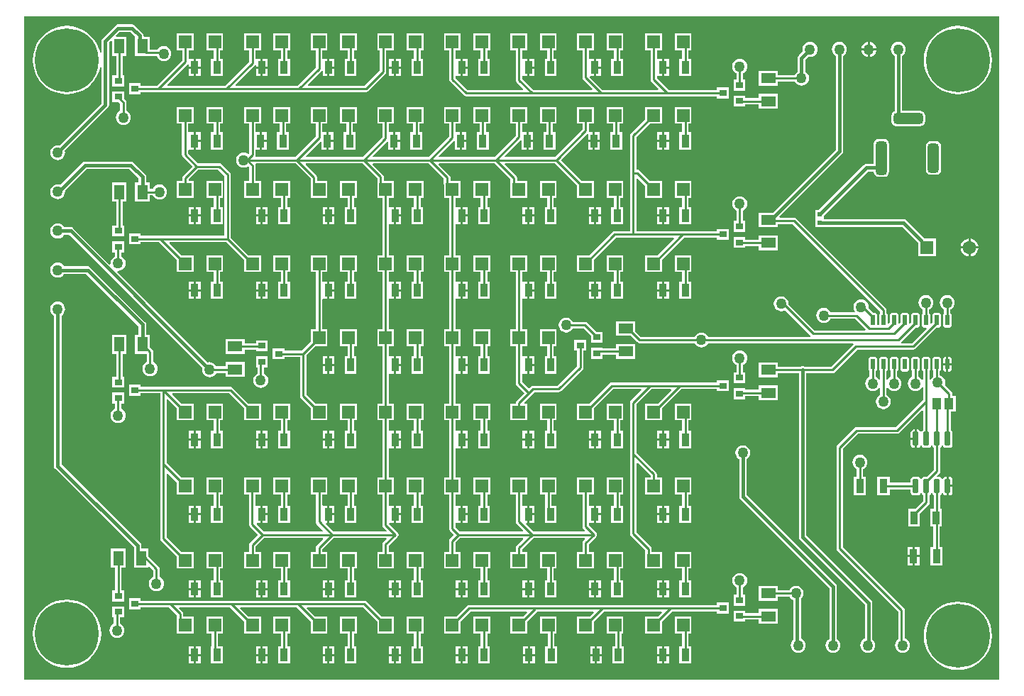
<source format=gtl>
G04*
G04 #@! TF.GenerationSoftware,Altium Limited,Altium Designer,20.1.12 (249)*
G04*
G04 Layer_Physical_Order=1*
G04 Layer_Color=255*
%FSLAX25Y25*%
%MOIN*%
G70*
G04*
G04 #@! TF.SameCoordinates,443F414F-3E78-418D-B976-00322DCCCCD1*
G04*
G04*
G04 #@! TF.FilePolarity,Positive*
G04*
G01*
G75*
%ADD12C,0.01000*%
%ADD16C,0.05000*%
%ADD17R,0.01968X0.01870*%
%ADD18R,0.03378X0.06150*%
G04:AMPARAMS|DCode=19|XSize=25.59mil|YSize=64.96mil|CornerRadius=1.92mil|HoleSize=0mil|Usage=FLASHONLY|Rotation=0.000|XOffset=0mil|YOffset=0mil|HoleType=Round|Shape=RoundedRectangle|*
%AMROUNDEDRECTD19*
21,1,0.02559,0.06112,0,0,0.0*
21,1,0.02175,0.06496,0,0,0.0*
1,1,0.00384,0.01088,-0.03056*
1,1,0.00384,-0.01088,-0.03056*
1,1,0.00384,-0.01088,0.03056*
1,1,0.00384,0.01088,0.03056*
%
%ADD19ROUNDEDRECTD19*%
%ADD20R,0.04152X0.05339*%
%ADD21R,0.03740X0.06693*%
G04:AMPARAMS|DCode=22|XSize=21.65mil|YSize=49.21mil|CornerRadius=1.95mil|HoleSize=0mil|Usage=FLASHONLY|Rotation=0.000|XOffset=0mil|YOffset=0mil|HoleType=Round|Shape=RoundedRectangle|*
%AMROUNDEDRECTD22*
21,1,0.02165,0.04532,0,0,0.0*
21,1,0.01776,0.04921,0,0,0.0*
1,1,0.00390,0.00888,-0.02266*
1,1,0.00390,-0.00888,-0.02266*
1,1,0.00390,-0.00888,0.02266*
1,1,0.00390,0.00888,0.02266*
%
%ADD22ROUNDEDRECTD22*%
%ADD23R,0.03740X0.06693*%
%ADD24R,0.05906X0.05906*%
%ADD25R,0.03543X0.06102*%
%ADD26R,0.03543X0.03150*%
%ADD27R,0.04921X0.07087*%
%ADD28R,0.07087X0.04921*%
%ADD44C,0.01500*%
G04:AMPARAMS|DCode=45|XSize=137.8mil|YSize=51.18mil|CornerRadius=12.8mil|HoleSize=0mil|Usage=FLASHONLY|Rotation=0.000|XOffset=0mil|YOffset=0mil|HoleType=Round|Shape=RoundedRectangle|*
%AMROUNDEDRECTD45*
21,1,0.13780,0.02559,0,0,0.0*
21,1,0.11221,0.05118,0,0,0.0*
1,1,0.02559,0.05610,-0.01280*
1,1,0.02559,-0.05610,-0.01280*
1,1,0.02559,-0.05610,0.01280*
1,1,0.02559,0.05610,0.01280*
%
%ADD45ROUNDEDRECTD45*%
G04:AMPARAMS|DCode=46|XSize=137.8mil|YSize=51.18mil|CornerRadius=12.8mil|HoleSize=0mil|Usage=FLASHONLY|Rotation=270.000|XOffset=0mil|YOffset=0mil|HoleType=Round|Shape=RoundedRectangle|*
%AMROUNDEDRECTD46*
21,1,0.13780,0.02559,0,0,270.0*
21,1,0.11221,0.05118,0,0,270.0*
1,1,0.02559,-0.01280,-0.05610*
1,1,0.02559,-0.01280,0.05610*
1,1,0.02559,0.01280,0.05610*
1,1,0.02559,0.01280,-0.05610*
%
%ADD46ROUNDEDRECTD46*%
G04:AMPARAMS|DCode=47|XSize=157.48mil|YSize=51.18mil|CornerRadius=12.8mil|HoleSize=0mil|Usage=FLASHONLY|Rotation=270.000|XOffset=0mil|YOffset=0mil|HoleType=Round|Shape=RoundedRectangle|*
%AMROUNDEDRECTD47*
21,1,0.15748,0.02559,0,0,270.0*
21,1,0.13189,0.05118,0,0,270.0*
1,1,0.02559,-0.01280,-0.06594*
1,1,0.02559,-0.01280,0.06594*
1,1,0.02559,0.01280,0.06594*
1,1,0.02559,0.01280,-0.06594*
%
%ADD47ROUNDEDRECTD47*%
%ADD48C,0.06299*%
%ADD49R,0.06299X0.06299*%
%ADD50C,0.30000*%
G36*
X700000Y172000D02*
X242000D01*
X242000Y483500D01*
X700000Y483500D01*
X700000Y172000D01*
D02*
G37*
%LPC*%
G36*
X639167Y471464D02*
Y468500D01*
X642131D01*
X642077Y468914D01*
X641724Y469765D01*
X641163Y470496D01*
X640432Y471057D01*
X639580Y471410D01*
X639167Y471464D01*
D02*
G37*
G36*
X638167D02*
X637753Y471410D01*
X636902Y471057D01*
X636170Y470496D01*
X635609Y469765D01*
X635257Y468914D01*
X635202Y468500D01*
X638167D01*
Y471464D01*
D02*
G37*
G36*
X292500Y479784D02*
X286000D01*
X285317Y479648D01*
X284738Y479262D01*
X278738Y473262D01*
X278351Y472683D01*
X278216Y472000D01*
Y466137D01*
X277716Y466078D01*
X277264Y467960D01*
X276300Y470286D01*
X274984Y472434D01*
X273349Y474349D01*
X271434Y475984D01*
X269286Y477300D01*
X266960Y478264D01*
X264511Y478852D01*
X262000Y479049D01*
X259489Y478852D01*
X257040Y478264D01*
X254714Y477300D01*
X252566Y475984D01*
X250651Y474349D01*
X249016Y472434D01*
X247700Y470286D01*
X246736Y467960D01*
X246148Y465511D01*
X245951Y463000D01*
X246148Y460489D01*
X246736Y458040D01*
X247700Y455714D01*
X249016Y453566D01*
X250651Y451651D01*
X252566Y450016D01*
X254714Y448700D01*
X257040Y447736D01*
X259489Y447148D01*
X262000Y446950D01*
X264511Y447148D01*
X266960Y447736D01*
X269286Y448700D01*
X271434Y450016D01*
X273349Y451651D01*
X274984Y453566D01*
X276300Y455714D01*
X277264Y458040D01*
X277716Y459922D01*
X278216Y459863D01*
Y442608D01*
X258521Y422913D01*
X257631Y423030D01*
X256717Y422910D01*
X255866Y422557D01*
X255135Y421996D01*
X254574Y421265D01*
X254221Y420414D01*
X254101Y419500D01*
X254221Y418586D01*
X254574Y417735D01*
X255135Y417004D01*
X255866Y416443D01*
X256717Y416090D01*
X257631Y415970D01*
X258545Y416090D01*
X259396Y416443D01*
X260127Y417004D01*
X260688Y417735D01*
X261041Y418586D01*
X261161Y419500D01*
X261044Y420390D01*
X281262Y440607D01*
X281648Y441186D01*
X281784Y441869D01*
X281784Y441869D01*
Y471261D01*
X282664Y472141D01*
X283126Y471949D01*
Y464957D01*
X285057D01*
Y455815D01*
X283291D01*
Y450665D01*
X288835D01*
Y455815D01*
X288116D01*
Y464957D01*
X290047D01*
Y474043D01*
X285220D01*
X285029Y474505D01*
X286739Y476216D01*
X291761D01*
X293953Y474024D01*
Y464957D01*
X299226D01*
X299374Y464927D01*
X304156D01*
X304443Y464235D01*
X305004Y463504D01*
X305735Y462943D01*
X306586Y462590D01*
X307500Y462470D01*
X308414Y462590D01*
X309265Y462943D01*
X309996Y463504D01*
X310557Y464235D01*
X310910Y465086D01*
X311030Y466000D01*
X310910Y466914D01*
X310557Y467765D01*
X309996Y468496D01*
X309265Y469057D01*
X308414Y469410D01*
X307500Y469530D01*
X306586Y469410D01*
X305735Y469057D01*
X305004Y468496D01*
X304612Y467986D01*
X300874D01*
Y474043D01*
X298224D01*
X297898Y474386D01*
X297762Y475069D01*
X297375Y475648D01*
X297375Y475648D01*
X293762Y479262D01*
X293183Y479648D01*
X292500Y479784D01*
D02*
G37*
G36*
X642131Y467500D02*
X639167D01*
Y464536D01*
X639580Y464590D01*
X640432Y464943D01*
X641163Y465504D01*
X641724Y466235D01*
X642077Y467086D01*
X642131Y467500D01*
D02*
G37*
G36*
X638167D02*
X635202D01*
X635257Y467086D01*
X635609Y466235D01*
X636170Y465504D01*
X636902Y464943D01*
X637753Y464590D01*
X638167Y464536D01*
Y467500D01*
D02*
G37*
G36*
X611000Y471530D02*
X610086Y471410D01*
X609235Y471057D01*
X608504Y470496D01*
X607943Y469765D01*
X607590Y468914D01*
X607470Y468000D01*
X607590Y467086D01*
X607599Y467065D01*
X605738Y465205D01*
X605351Y464626D01*
X605216Y463943D01*
Y457543D01*
X604504Y456996D01*
X603943Y456265D01*
X603845Y456029D01*
X596043D01*
Y457874D01*
X586957D01*
Y450953D01*
X596043D01*
Y452971D01*
X603845D01*
X603943Y452735D01*
X604504Y452004D01*
X605235Y451443D01*
X606086Y451090D01*
X607000Y450970D01*
X607914Y451090D01*
X608765Y451443D01*
X609496Y452004D01*
X610057Y452735D01*
X610410Y453586D01*
X610530Y454500D01*
X610410Y455414D01*
X610057Y456265D01*
X609496Y456996D01*
X608784Y457543D01*
Y463204D01*
X610161Y464580D01*
X611000Y464470D01*
X611914Y464590D01*
X612765Y464943D01*
X613496Y465504D01*
X614057Y466235D01*
X614410Y467086D01*
X614530Y468000D01*
X614410Y468914D01*
X614057Y469765D01*
X613496Y470496D01*
X612765Y471057D01*
X611914Y471410D01*
X611000Y471530D01*
D02*
G37*
G36*
X542539Y463551D02*
Y460000D01*
X544811D01*
Y463551D01*
X542539D01*
D02*
G37*
G36*
X510539D02*
Y460000D01*
X512811D01*
Y463551D01*
X510539D01*
D02*
G37*
G36*
X479239D02*
Y460000D01*
X481511D01*
Y463551D01*
X479239D01*
D02*
G37*
G36*
X447939D02*
Y460000D01*
X450211D01*
Y463551D01*
X447939D01*
D02*
G37*
G36*
X418911D02*
X416639D01*
Y460000D01*
X418911D01*
Y463551D01*
D02*
G37*
G36*
X385339D02*
Y460000D01*
X387611D01*
Y463551D01*
X385339D01*
D02*
G37*
G36*
X354039D02*
Y460000D01*
X356311D01*
Y463551D01*
X354039D01*
D02*
G37*
G36*
X322539D02*
Y460000D01*
X324811D01*
Y463551D01*
X322539D01*
D02*
G37*
G36*
X415639D02*
X413367D01*
Y460000D01*
X415639D01*
Y463551D01*
D02*
G37*
G36*
X555342Y475452D02*
X547437D01*
Y467547D01*
X550943D01*
Y463551D01*
X549701D01*
Y455449D01*
X555244D01*
Y463551D01*
X554002D01*
Y467547D01*
X555342D01*
Y475452D01*
D02*
G37*
G36*
X544811Y459000D02*
X542539D01*
Y455449D01*
X544811D01*
Y459000D01*
D02*
G37*
G36*
X523343Y475452D02*
X515437D01*
Y467547D01*
X518943D01*
Y463551D01*
X517701D01*
Y455449D01*
X523244D01*
Y463551D01*
X522002D01*
Y467547D01*
X523343D01*
Y475452D01*
D02*
G37*
G36*
X512811Y459000D02*
X510539D01*
Y455449D01*
X512811D01*
Y459000D01*
D02*
G37*
G36*
X492042Y475452D02*
X484137D01*
Y467547D01*
X487643D01*
Y463551D01*
X486401D01*
Y455449D01*
X491944D01*
Y463551D01*
X490701D01*
Y467547D01*
X492042D01*
Y475452D01*
D02*
G37*
G36*
X481511Y459000D02*
X479239D01*
Y455449D01*
X481511D01*
Y459000D01*
D02*
G37*
G36*
X460742Y475452D02*
X452837D01*
Y467547D01*
X456343D01*
Y463551D01*
X455100D01*
Y455449D01*
X460644D01*
Y463551D01*
X459402D01*
Y467547D01*
X460742D01*
Y475452D01*
D02*
G37*
G36*
X450211Y459000D02*
X447939D01*
Y455449D01*
X450211D01*
Y459000D01*
D02*
G37*
G36*
X429442Y475452D02*
X421537D01*
Y467547D01*
X425043D01*
Y463551D01*
X423801D01*
Y455449D01*
X429344D01*
Y463551D01*
X428101D01*
Y467547D01*
X429442D01*
Y475452D01*
D02*
G37*
G36*
X418911Y459000D02*
X416639D01*
Y455449D01*
X418911D01*
Y459000D01*
D02*
G37*
G36*
X415639D02*
X413367D01*
Y455449D01*
X415639D01*
Y459000D01*
D02*
G37*
G36*
X398142Y475452D02*
X390237D01*
Y467547D01*
X393743D01*
Y463551D01*
X392500D01*
Y455449D01*
X398044D01*
Y463551D01*
X396801D01*
Y467547D01*
X398142D01*
Y475452D01*
D02*
G37*
G36*
X387611Y459000D02*
X385339D01*
Y455449D01*
X387611D01*
Y459000D01*
D02*
G37*
G36*
X415663Y475452D02*
X407757D01*
Y467547D01*
X408971D01*
Y458134D01*
X401866Y451029D01*
X375346D01*
X375154Y451491D01*
X381491Y457829D01*
X381567Y457942D01*
X382067Y457791D01*
Y455449D01*
X384339D01*
Y459500D01*
Y463551D01*
X382067Y463551D01*
X381939Y463998D01*
Y467547D01*
X384363D01*
Y475452D01*
X376457D01*
Y467547D01*
X378881D01*
Y459543D01*
X370367Y451029D01*
X341346D01*
X341154Y451491D01*
X350191Y460529D01*
X350267Y460642D01*
X350767Y460491D01*
Y460000D01*
X353039D01*
Y463551D01*
X350767Y463551D01*
X350639Y463998D01*
Y467547D01*
X353063D01*
Y475452D01*
X345157D01*
Y467547D01*
X347581D01*
Y462243D01*
X336367Y451029D01*
X309346D01*
X309154Y451491D01*
X318692Y461029D01*
X318768Y461143D01*
X319268Y460991D01*
Y460000D01*
X321539D01*
Y463551D01*
X319268Y463551D01*
X319140Y463998D01*
Y467547D01*
X321563D01*
Y475452D01*
X313657D01*
Y467547D01*
X316081D01*
Y462744D01*
X304366Y451029D01*
X296709D01*
Y452075D01*
X291165D01*
Y446925D01*
X296709D01*
Y447971D01*
X402500D01*
X403085Y448087D01*
X403581Y448419D01*
X411581Y456419D01*
X411913Y456915D01*
X412029Y457500D01*
Y467547D01*
X415663D01*
Y475452D01*
D02*
G37*
G36*
X366842D02*
X358937D01*
Y467547D01*
X362443D01*
Y463551D01*
X361200D01*
Y455449D01*
X366744D01*
Y463551D01*
X365501D01*
Y467547D01*
X366842D01*
Y475452D01*
D02*
G37*
G36*
X356311Y459000D02*
X354039D01*
Y455449D01*
X356311D01*
Y459000D01*
D02*
G37*
G36*
X353039D02*
X350767D01*
Y455449D01*
X353039D01*
Y459000D01*
D02*
G37*
G36*
X335343Y475452D02*
X327437D01*
Y467547D01*
X330943D01*
Y463551D01*
X329701D01*
Y455449D01*
X335244D01*
Y463551D01*
X334002D01*
Y467547D01*
X335343D01*
Y475452D01*
D02*
G37*
G36*
X324811Y459000D02*
X322539D01*
Y455449D01*
X324811D01*
Y459000D01*
D02*
G37*
G36*
X321539D02*
X319268D01*
Y455449D01*
X321539D01*
Y459000D01*
D02*
G37*
G36*
X541563Y475452D02*
X533658D01*
Y467547D01*
X536081D01*
Y453890D01*
X536197Y453304D01*
X536529Y452808D01*
X539846Y449491D01*
X539654Y449029D01*
X513633D01*
X507714Y454949D01*
X507921Y455449D01*
X509539D01*
Y459500D01*
Y463551D01*
X507268Y463551D01*
X507140Y463998D01*
Y467547D01*
X509563D01*
Y475452D01*
X501657D01*
Y467547D01*
X504081D01*
Y454890D01*
X504197Y454305D01*
X504529Y453808D01*
X508846Y449491D01*
X508654Y449029D01*
X481134D01*
X475839Y454324D01*
Y455002D01*
X475967Y455449D01*
X476339Y455449D01*
X478239D01*
Y459500D01*
Y463551D01*
X475967Y463551D01*
X475839Y463998D01*
Y467547D01*
X478263D01*
Y475452D01*
X470357D01*
Y467547D01*
X472781D01*
Y453690D01*
X472897Y453105D01*
X473229Y452609D01*
X476346Y449491D01*
X476154Y449029D01*
X450134D01*
X444529Y454634D01*
Y455006D01*
X444667Y455449D01*
X445029Y455449D01*
X446939D01*
Y459500D01*
Y463551D01*
X444667Y463551D01*
X444529Y463994D01*
Y467547D01*
X446963D01*
Y475452D01*
X439057D01*
Y467547D01*
X441471D01*
Y454000D01*
X441587Y453415D01*
X441919Y452919D01*
X448419Y446419D01*
X448915Y446087D01*
X449500Y445971D01*
X567291D01*
Y444925D01*
X572835D01*
Y450075D01*
X567291D01*
Y449029D01*
X544633D01*
X539140Y454523D01*
Y455002D01*
X539268Y455449D01*
X539640Y455449D01*
X541539D01*
Y459500D01*
Y463551D01*
X539268Y463551D01*
X539140Y463998D01*
Y467547D01*
X541563D01*
Y475452D01*
D02*
G37*
G36*
X578000Y463530D02*
X577086Y463410D01*
X576235Y463057D01*
X575504Y462496D01*
X574943Y461765D01*
X574590Y460914D01*
X574470Y460000D01*
X574590Y459086D01*
X574943Y458235D01*
X575504Y457504D01*
X576235Y456943D01*
X576471Y456845D01*
Y453815D01*
X575165D01*
Y448665D01*
X580709D01*
Y453815D01*
X579529D01*
Y456845D01*
X579765Y456943D01*
X580496Y457504D01*
X581057Y458235D01*
X581410Y459086D01*
X581530Y460000D01*
X581410Y460914D01*
X581057Y461765D01*
X580496Y462496D01*
X579765Y463057D01*
X578914Y463410D01*
X578000Y463530D01*
D02*
G37*
G36*
X680500Y479049D02*
X677989Y478852D01*
X675540Y478264D01*
X673214Y477300D01*
X671066Y475984D01*
X669151Y474349D01*
X667516Y472434D01*
X666200Y470286D01*
X665236Y467960D01*
X664648Y465511D01*
X664451Y463000D01*
X664648Y460489D01*
X665236Y458040D01*
X666200Y455714D01*
X667516Y453566D01*
X669151Y451651D01*
X671066Y450016D01*
X673214Y448700D01*
X675540Y447736D01*
X677989Y447148D01*
X680500Y446950D01*
X683011Y447148D01*
X685460Y447736D01*
X687786Y448700D01*
X689934Y450016D01*
X691849Y451651D01*
X693484Y453566D01*
X694800Y455714D01*
X695764Y458040D01*
X696352Y460489D01*
X696550Y463000D01*
X696352Y465511D01*
X695764Y467960D01*
X694800Y470286D01*
X693484Y472434D01*
X691849Y474349D01*
X689934Y475984D01*
X687786Y477300D01*
X685460Y478264D01*
X683011Y478852D01*
X680500Y479049D01*
D02*
G37*
G36*
X596043Y447047D02*
X586957D01*
Y445116D01*
X580709D01*
Y446335D01*
X575165D01*
Y441185D01*
X580709D01*
Y442057D01*
X586957D01*
Y440126D01*
X596043D01*
Y447047D01*
D02*
G37*
G36*
X288835Y448335D02*
X283291D01*
Y443185D01*
X286349D01*
X286971Y442563D01*
Y439155D01*
X286735Y439057D01*
X286004Y438496D01*
X285443Y437765D01*
X285090Y436914D01*
X284970Y436000D01*
X285090Y435086D01*
X285443Y434235D01*
X286004Y433504D01*
X286735Y432943D01*
X287586Y432590D01*
X288500Y432470D01*
X289414Y432590D01*
X290265Y432943D01*
X290996Y433504D01*
X291557Y434235D01*
X291910Y435086D01*
X292030Y436000D01*
X291910Y436914D01*
X291557Y437765D01*
X290996Y438496D01*
X290265Y439057D01*
X290029Y439155D01*
Y443197D01*
X289913Y443782D01*
X289581Y444278D01*
X288835Y445025D01*
Y448335D01*
D02*
G37*
G36*
X652500Y471530D02*
X651586Y471410D01*
X650735Y471057D01*
X650004Y470496D01*
X649443Y469765D01*
X649090Y468914D01*
X648970Y468000D01*
X649090Y467086D01*
X649443Y466235D01*
X650004Y465504D01*
X650716Y464958D01*
Y438936D01*
X650689Y438931D01*
X649935Y438427D01*
X649432Y437673D01*
X649255Y436784D01*
Y434224D01*
X649432Y433335D01*
X649935Y432581D01*
X650689Y432077D01*
X651579Y431900D01*
X662799D01*
X663689Y432077D01*
X664443Y432581D01*
X664947Y433335D01*
X665123Y434224D01*
Y436784D01*
X664947Y437673D01*
X664443Y438427D01*
X663689Y438931D01*
X662799Y439108D01*
X654284D01*
Y464958D01*
X654996Y465504D01*
X655557Y466235D01*
X655910Y467086D01*
X656030Y468000D01*
X655910Y468914D01*
X655557Y469765D01*
X654996Y470496D01*
X654265Y471057D01*
X653414Y471410D01*
X652500Y471530D01*
D02*
G37*
G36*
X544811Y429051D02*
X542539D01*
Y425500D01*
X544811D01*
Y429051D01*
D02*
G37*
G36*
X512311D02*
X510039D01*
Y425500D01*
X512311D01*
Y429051D01*
D02*
G37*
G36*
X481011D02*
X478739D01*
Y425500D01*
X481011D01*
Y429051D01*
D02*
G37*
G36*
X449711D02*
X447439D01*
Y425500D01*
X449711D01*
Y429051D01*
D02*
G37*
G36*
X418411D02*
X416139D01*
Y425500D01*
X418411D01*
Y429051D01*
D02*
G37*
G36*
X387111D02*
X384839D01*
Y425500D01*
X387111D01*
Y429051D01*
D02*
G37*
G36*
X355811D02*
X353539D01*
Y425500D01*
X355811D01*
Y429051D01*
D02*
G37*
G36*
X322539D02*
Y425500D01*
X324811D01*
Y429051D01*
X322539D01*
D02*
G37*
G36*
X541539D02*
X539268D01*
Y425500D01*
X541539D01*
Y429051D01*
D02*
G37*
G36*
X555342Y440952D02*
X547437D01*
Y433047D01*
X550943D01*
Y429051D01*
X549701D01*
Y420949D01*
X555244D01*
Y429051D01*
X554002D01*
Y433047D01*
X555342D01*
Y440952D01*
D02*
G37*
G36*
X544811Y424500D02*
X542539D01*
Y420949D01*
X544811D01*
Y424500D01*
D02*
G37*
G36*
X541539D02*
X539268D01*
Y420949D01*
X541539D01*
Y424500D01*
D02*
G37*
G36*
X523343Y440952D02*
X515437D01*
Y433047D01*
X518443D01*
Y429051D01*
X517201D01*
Y420949D01*
X522744D01*
Y429051D01*
X521501D01*
Y433047D01*
X523343D01*
Y440952D01*
D02*
G37*
G36*
X512311Y424500D02*
X510039D01*
Y420949D01*
X512311D01*
Y424500D01*
D02*
G37*
G36*
X509039D02*
X506767D01*
Y420949D01*
X509039D01*
Y424500D01*
D02*
G37*
G36*
X492042Y440952D02*
X484137D01*
Y433047D01*
X487143D01*
Y429051D01*
X485900D01*
Y420949D01*
X491444D01*
Y429051D01*
X490202D01*
Y433047D01*
X492042D01*
Y440952D01*
D02*
G37*
G36*
X481011Y424500D02*
X478739D01*
Y420949D01*
X481011D01*
Y424500D01*
D02*
G37*
G36*
X509563Y440952D02*
X501657D01*
Y433047D01*
X504080D01*
Y430467D01*
X491143Y417529D01*
X467846D01*
X467654Y417991D01*
X474967Y425305D01*
X475467Y425097D01*
Y420949D01*
X477739D01*
Y425000D01*
Y429051D01*
X475839D01*
Y433047D01*
X478263D01*
Y440952D01*
X470357D01*
Y433047D01*
X472781D01*
Y427443D01*
X462866Y417529D01*
X436846D01*
X436654Y417991D01*
X443667Y425004D01*
X444167Y424797D01*
Y420949D01*
X446439D01*
Y425000D01*
Y429051D01*
X444539D01*
Y433047D01*
X446963D01*
Y440952D01*
X439057D01*
Y433047D01*
X441480D01*
Y427143D01*
X431867Y417529D01*
X405846D01*
X405654Y417991D01*
X412367Y424705D01*
X412867Y424497D01*
Y420949D01*
X415139D01*
Y425000D01*
Y429051D01*
X413239D01*
Y433047D01*
X415663D01*
Y440952D01*
X407757D01*
Y433047D01*
X410181D01*
Y426843D01*
X400867Y417529D01*
X374346D01*
X374154Y417991D01*
X381067Y424904D01*
X381567Y424697D01*
Y420949D01*
X383839D01*
Y425000D01*
Y429051D01*
X381939D01*
Y433047D01*
X384363D01*
Y440952D01*
X376457D01*
Y433047D01*
X378881D01*
Y427043D01*
X369367Y417529D01*
X350722D01*
X350487Y417970D01*
X350523Y418025D01*
X350639Y418610D01*
Y420949D01*
X352539D01*
Y425000D01*
Y429051D01*
X350639D01*
Y433047D01*
X353063D01*
Y440952D01*
X345157D01*
Y433047D01*
X347581D01*
Y419243D01*
X347121Y418784D01*
X346765Y419057D01*
X345914Y419410D01*
X345000Y419530D01*
X344086Y419410D01*
X343235Y419057D01*
X342504Y418496D01*
X341943Y417765D01*
X341590Y416914D01*
X341470Y416000D01*
X341590Y415086D01*
X341943Y414235D01*
X342504Y413504D01*
X343235Y412943D01*
X344086Y412590D01*
X345000Y412470D01*
X345914Y412590D01*
X346765Y412943D01*
X347121Y413216D01*
X347581Y412757D01*
Y406119D01*
X345157D01*
Y398214D01*
X353063D01*
Y406119D01*
X350639D01*
Y413390D01*
X350523Y413975D01*
X350487Y414030D01*
X350722Y414471D01*
X369367D01*
X376428Y407409D01*
Y404619D01*
X376457Y404471D01*
Y398214D01*
X384363D01*
Y406119D01*
X379486D01*
Y408043D01*
X379370Y408628D01*
X379039Y409124D01*
X374154Y414009D01*
X374346Y414471D01*
X400867D01*
X407728Y407609D01*
Y404619D01*
X407757Y404471D01*
Y398214D01*
X410181D01*
Y371286D01*
X407757D01*
Y363380D01*
X410181D01*
Y336452D01*
X407757D01*
Y328547D01*
X410181D01*
Y301619D01*
X407757D01*
Y293714D01*
X410181D01*
Y266786D01*
X407757D01*
Y258880D01*
X410181D01*
Y244518D01*
X410297Y243932D01*
X410629Y243436D01*
X412073Y241991D01*
X411882Y241529D01*
X387089D01*
X383548Y245070D01*
X383739Y245532D01*
X384339D01*
Y249583D01*
Y253635D01*
X382067D01*
X381939Y254082D01*
Y258880D01*
X384363D01*
Y266786D01*
X376457D01*
Y258880D01*
X378881D01*
Y246045D01*
X378997Y245460D01*
X379328Y244964D01*
X382301Y241991D01*
X382110Y241529D01*
X354633D01*
X351131Y245032D01*
X351338Y245532D01*
X353039D01*
Y249583D01*
Y253635D01*
X351029D01*
X350767Y253635D01*
X350529Y254036D01*
Y258880D01*
X353063D01*
Y266786D01*
X345157D01*
Y258880D01*
X347471D01*
Y245000D01*
X347587Y244415D01*
X347919Y243919D01*
X351837Y240000D01*
X348028Y236191D01*
X347697Y235695D01*
X347581Y235110D01*
Y231952D01*
X345157D01*
Y224047D01*
X353063D01*
Y231952D01*
X350639D01*
Y234476D01*
X354633Y238471D01*
X382110D01*
X382301Y238009D01*
X379328Y235036D01*
X378997Y234540D01*
X378881Y233955D01*
Y231952D01*
X376457D01*
Y224047D01*
X384363D01*
Y231952D01*
X381939D01*
Y233321D01*
X387089Y238471D01*
X411882D01*
X412073Y238009D01*
X410629Y236564D01*
X410297Y236068D01*
X410181Y235482D01*
Y231952D01*
X407757D01*
Y224047D01*
X415663D01*
Y231952D01*
X413239D01*
Y234849D01*
X417309Y238919D01*
X417640Y239415D01*
X417757Y240000D01*
X417640Y240585D01*
X417309Y241081D01*
X413352Y245039D01*
X413527Y245532D01*
X413739Y245532D01*
X415639D01*
Y249583D01*
Y253635D01*
X413367Y253635D01*
X413239Y254082D01*
Y258880D01*
X415663D01*
Y266786D01*
X413239D01*
Y280169D01*
X413367Y280615D01*
X413739Y280615D01*
X415639D01*
Y284667D01*
Y288718D01*
X413367Y288718D01*
X413239Y289165D01*
Y293714D01*
X415663D01*
Y301619D01*
X413239D01*
Y315252D01*
X413367Y315699D01*
X413739Y315699D01*
X415639D01*
Y319750D01*
Y323801D01*
X413367Y323801D01*
X413239Y324248D01*
Y328547D01*
X415663D01*
Y336452D01*
X413239D01*
Y350335D01*
X413367Y350782D01*
X413739Y350782D01*
X415639D01*
Y354833D01*
Y358885D01*
X413367Y358885D01*
X413239Y359331D01*
Y363380D01*
X415663D01*
Y371286D01*
X413239D01*
Y385419D01*
X413367Y385865D01*
X413739Y385865D01*
X415639D01*
Y389917D01*
Y393968D01*
X413367Y393968D01*
X413239Y394415D01*
Y398214D01*
X415663D01*
Y406119D01*
X410786D01*
Y408243D01*
X410670Y408828D01*
X410339Y409324D01*
X405654Y414009D01*
X405846Y414471D01*
X431867D01*
X439028Y407309D01*
Y404619D01*
X439057Y404471D01*
Y398214D01*
X441480D01*
Y371286D01*
X439057D01*
Y363380D01*
X441480D01*
Y336452D01*
X439057D01*
Y328547D01*
X441480D01*
Y301619D01*
X439057D01*
Y293714D01*
X441480D01*
Y266786D01*
X439057D01*
Y258880D01*
X441480D01*
Y242990D01*
X441597Y242405D01*
X441928Y241909D01*
X443837Y240000D01*
X441928Y238091D01*
X441597Y237595D01*
X441480Y237010D01*
Y231952D01*
X439057D01*
Y224047D01*
X446963D01*
Y231952D01*
X444539D01*
Y236376D01*
X446633Y238471D01*
X476154D01*
X476346Y238009D01*
X473229Y234891D01*
X472897Y234395D01*
X472781Y233810D01*
Y231952D01*
X470357D01*
Y224047D01*
X478263D01*
Y231952D01*
X475839D01*
Y233176D01*
X481134Y238471D01*
X505154D01*
X505346Y238009D01*
X504529Y237191D01*
X504197Y236695D01*
X504080Y236110D01*
Y231952D01*
X501657D01*
Y224047D01*
X509563D01*
Y231952D01*
X507139D01*
Y235476D01*
X510581Y238919D01*
X510913Y239415D01*
X511029Y240000D01*
X510913Y240585D01*
X510581Y241081D01*
X507139Y244524D01*
Y245085D01*
X507267Y245532D01*
X507639Y245532D01*
X509539D01*
Y249583D01*
Y253635D01*
X507267Y253635D01*
X507139Y254082D01*
Y258880D01*
X509563D01*
Y266786D01*
X501657D01*
Y258880D01*
X504080D01*
Y243890D01*
X504197Y243305D01*
X504529Y242809D01*
X505346Y241991D01*
X505154Y241529D01*
X481134D01*
X477593Y245070D01*
X477784Y245532D01*
X478239D01*
Y249583D01*
Y253635D01*
X475967D01*
X475839Y254082D01*
Y258880D01*
X478263D01*
Y266786D01*
X470357D01*
Y258880D01*
X472781D01*
Y246190D01*
X472897Y245605D01*
X473229Y245109D01*
X476346Y241991D01*
X476154Y241529D01*
X446633D01*
X444539Y243624D01*
Y245085D01*
X444667Y245532D01*
X445039Y245532D01*
X446939D01*
Y249583D01*
Y253635D01*
X444667Y253635D01*
X444539Y254082D01*
Y258880D01*
X446963D01*
Y266786D01*
X444539D01*
Y280169D01*
X444667Y280615D01*
X445039Y280615D01*
X446939D01*
Y284667D01*
Y288718D01*
X444667Y288718D01*
X444539Y289165D01*
Y293714D01*
X446963D01*
Y301619D01*
X444539D01*
Y315252D01*
X444667Y315699D01*
X445039Y315699D01*
X446939D01*
Y319750D01*
Y323801D01*
X444667Y323801D01*
X444539Y324248D01*
Y328547D01*
X446963D01*
Y336452D01*
X444539D01*
Y350335D01*
X444667Y350782D01*
X445039Y350782D01*
X446939D01*
Y354833D01*
Y358885D01*
X444667Y358885D01*
X444539Y359331D01*
Y363380D01*
X446963D01*
Y371286D01*
X444539D01*
Y385419D01*
X444667Y385865D01*
X445039Y385865D01*
X446939D01*
Y389917D01*
Y393968D01*
X444667Y393968D01*
X444539Y394415D01*
Y398214D01*
X446963D01*
Y406119D01*
X442087D01*
Y407943D01*
X441970Y408528D01*
X441639Y409024D01*
X436654Y414009D01*
X436846Y414471D01*
X462866D01*
X470328Y407009D01*
Y404619D01*
X470357Y404471D01*
Y398214D01*
X478263D01*
Y406119D01*
X473386D01*
Y407643D01*
X473270Y408228D01*
X472939Y408724D01*
X467654Y414009D01*
X467846Y414471D01*
X491143D01*
X501657Y403956D01*
Y398214D01*
X509563D01*
Y406119D01*
X503820D01*
X493939Y416000D01*
X506267Y428328D01*
X506767Y428121D01*
Y425500D01*
X509039D01*
Y429051D01*
X507447D01*
X507083Y429551D01*
X507139Y429834D01*
Y433047D01*
X509563D01*
Y440952D01*
D02*
G37*
G36*
X460742Y440952D02*
X452837D01*
Y433047D01*
X455843D01*
Y429051D01*
X454600D01*
Y420949D01*
X460144D01*
Y429051D01*
X458902D01*
Y433047D01*
X460742D01*
Y440952D01*
D02*
G37*
G36*
X449711Y424500D02*
X447439D01*
Y420949D01*
X449711D01*
Y424500D01*
D02*
G37*
G36*
X429442Y440952D02*
X421537D01*
Y433047D01*
X424543D01*
Y429051D01*
X423301D01*
Y420949D01*
X428844D01*
Y429051D01*
X427601D01*
Y433047D01*
X429442D01*
Y440952D01*
D02*
G37*
G36*
X418411Y424500D02*
X416139D01*
Y420949D01*
X418411D01*
Y424500D01*
D02*
G37*
G36*
X398142Y440952D02*
X390237D01*
Y433047D01*
X393243D01*
Y429051D01*
X392001D01*
Y420949D01*
X397544D01*
Y429051D01*
X396302D01*
Y433047D01*
X398142D01*
Y440952D01*
D02*
G37*
G36*
X387111Y424500D02*
X384839D01*
Y420949D01*
X387111D01*
Y424500D01*
D02*
G37*
G36*
X366842Y440952D02*
X358937D01*
Y433047D01*
X361943D01*
Y429051D01*
X360700D01*
Y420949D01*
X366244D01*
Y429051D01*
X365002D01*
Y433047D01*
X366842D01*
Y440952D01*
D02*
G37*
G36*
X355811Y424500D02*
X353539D01*
Y420949D01*
X355811D01*
Y424500D01*
D02*
G37*
G36*
X335343Y440952D02*
X327437D01*
Y433047D01*
X330943D01*
Y429051D01*
X329701D01*
Y420949D01*
X335244D01*
Y429051D01*
X334002D01*
Y433047D01*
X335343D01*
Y440952D01*
D02*
G37*
G36*
X324811Y424500D02*
X322539D01*
Y420949D01*
X324811D01*
Y424500D01*
D02*
G37*
G36*
X645870Y425919D02*
X643311D01*
X642422Y425742D01*
X641668Y425238D01*
X641164Y424484D01*
X640987Y423595D01*
Y414190D01*
X637437D01*
X637437Y414190D01*
X636754Y414054D01*
X636175Y413667D01*
X614961Y392453D01*
X613516D01*
Y388917D01*
X613516Y388583D01*
X613516Y388083D01*
Y384547D01*
X617484D01*
Y384698D01*
X654279D01*
X661850Y377126D01*
Y370850D01*
X670150D01*
Y379150D01*
X664787D01*
X664612Y379411D01*
X656279Y387744D01*
X655700Y388131D01*
X655018Y388267D01*
X617853D01*
X617484Y388583D01*
X617484Y388917D01*
Y389929D01*
X638176Y410621D01*
X640987D01*
Y410405D01*
X641164Y409516D01*
X641668Y408762D01*
X642422Y408258D01*
X643311Y408081D01*
X645870D01*
X646760Y408258D01*
X647513Y408762D01*
X648017Y409516D01*
X648194Y410405D01*
Y423595D01*
X648017Y424484D01*
X647513Y425238D01*
X646760Y425742D01*
X645870Y425919D01*
D02*
G37*
G36*
X670280Y424934D02*
X667721D01*
X666831Y424757D01*
X666077Y424254D01*
X665573Y423500D01*
X665396Y422610D01*
Y411390D01*
X665573Y410500D01*
X666077Y409746D01*
X666831Y409242D01*
X667721Y409066D01*
X670280D01*
X671169Y409242D01*
X671923Y409746D01*
X672427Y410500D01*
X672604Y411390D01*
Y422610D01*
X672427Y423500D01*
X671923Y424254D01*
X671169Y424757D01*
X670280Y424934D01*
D02*
G37*
G36*
X541563Y440952D02*
X533658D01*
Y435210D01*
X526919Y428471D01*
X526587Y427975D01*
X526471Y427389D01*
Y410000D01*
Y382596D01*
X519344D01*
X518759Y382480D01*
X518263Y382148D01*
X507400Y371286D01*
X501657D01*
Y363380D01*
X509563D01*
Y369123D01*
X519978Y379538D01*
X546999D01*
X547190Y379076D01*
X539400Y371286D01*
X533658D01*
Y363380D01*
X541563D01*
Y369123D01*
X551978Y379538D01*
X567291D01*
Y378492D01*
X572835D01*
Y383642D01*
X567291D01*
Y382596D01*
X529529D01*
Y407431D01*
X529991Y407622D01*
X533658Y403956D01*
Y398214D01*
X541563D01*
Y406119D01*
X535820D01*
X530858Y411081D01*
X530362Y411413D01*
X529777Y411529D01*
X529529D01*
Y426756D01*
X535820Y433047D01*
X541563D01*
Y440952D01*
D02*
G37*
G36*
X292000Y415284D02*
X270500D01*
X269817Y415148D01*
X269238Y414762D01*
X269238Y414762D01*
X258875Y404398D01*
X258545Y404535D01*
X257631Y404655D01*
X256717Y404535D01*
X255866Y404182D01*
X255135Y403621D01*
X254574Y402890D01*
X254221Y402039D01*
X254101Y401125D01*
X254221Y400211D01*
X254574Y399360D01*
X255135Y398629D01*
X255866Y398068D01*
X256717Y397715D01*
X257631Y397595D01*
X258545Y397715D01*
X259396Y398068D01*
X260127Y398629D01*
X260688Y399360D01*
X261041Y400211D01*
X261161Y401125D01*
X261102Y401578D01*
X271239Y411716D01*
X291261D01*
X295629Y407347D01*
Y405543D01*
X293953D01*
Y396457D01*
X300874D01*
Y399471D01*
X302345D01*
X302443Y399235D01*
X303004Y398504D01*
X303735Y397943D01*
X304586Y397590D01*
X305500Y397470D01*
X306414Y397590D01*
X307265Y397943D01*
X307996Y398504D01*
X308557Y399235D01*
X308910Y400086D01*
X309030Y401000D01*
X308910Y401914D01*
X308557Y402765D01*
X307996Y403496D01*
X307265Y404057D01*
X306414Y404410D01*
X305500Y404530D01*
X304586Y404410D01*
X303735Y404057D01*
X303004Y403496D01*
X302443Y402765D01*
X302345Y402529D01*
X300874D01*
Y405543D01*
X299198D01*
Y408087D01*
X299198Y408087D01*
X299062Y408769D01*
X298675Y409348D01*
X293262Y414762D01*
X292683Y415148D01*
X292000Y415284D01*
D02*
G37*
G36*
X544811Y393968D02*
X542539D01*
Y390417D01*
X544811D01*
Y393968D01*
D02*
G37*
G36*
X512811D02*
X510539D01*
Y390417D01*
X512811D01*
Y393968D01*
D02*
G37*
G36*
X481511D02*
X479239D01*
Y390417D01*
X481511D01*
Y393968D01*
D02*
G37*
G36*
X356311D02*
X354039D01*
Y390417D01*
X356311D01*
Y393968D01*
D02*
G37*
G36*
X324811D02*
X322539D01*
Y390417D01*
X324811D01*
Y393968D01*
D02*
G37*
G36*
X509539D02*
X507268D01*
Y390417D01*
X509539D01*
Y393968D01*
D02*
G37*
G36*
X478239D02*
X475967D01*
Y390417D01*
X478239D01*
Y393968D01*
D02*
G37*
G36*
X353039D02*
X350767D01*
Y390417D01*
X353039D01*
Y393968D01*
D02*
G37*
G36*
X321539D02*
X319268D01*
Y390417D01*
X321539D01*
Y393968D01*
D02*
G37*
G36*
X541539D02*
X539268D01*
Y390417D01*
X541539D01*
Y393968D01*
D02*
G37*
G36*
X387611D02*
X385339D01*
Y390417D01*
X387611D01*
Y393968D01*
D02*
G37*
G36*
X384339D02*
X382067D01*
Y390417D01*
X384339D01*
Y393968D01*
D02*
G37*
G36*
X416639D02*
Y390417D01*
X418911D01*
Y393968D01*
X416639D01*
D02*
G37*
G36*
X447939D02*
Y390417D01*
X450211D01*
Y393968D01*
X447939D01*
D02*
G37*
G36*
X555342Y406119D02*
X547437D01*
Y398214D01*
X550943D01*
Y393968D01*
X549701D01*
Y385865D01*
X555244D01*
Y393968D01*
X554002D01*
Y398214D01*
X555342D01*
Y406119D01*
D02*
G37*
G36*
X544811Y389417D02*
X542539D01*
Y385865D01*
X544811D01*
Y389417D01*
D02*
G37*
G36*
X541539D02*
X539268D01*
Y385865D01*
X541539D01*
Y389417D01*
D02*
G37*
G36*
X523342Y406119D02*
X515437D01*
Y398214D01*
X518943D01*
Y393968D01*
X517701D01*
Y385865D01*
X523244D01*
Y393968D01*
X522002D01*
Y398214D01*
X523342D01*
Y406119D01*
D02*
G37*
G36*
X512811Y389417D02*
X510539D01*
Y385865D01*
X512811D01*
Y389417D01*
D02*
G37*
G36*
X509539D02*
X507268D01*
Y385865D01*
X509539D01*
Y389417D01*
D02*
G37*
G36*
X492042Y406119D02*
X484137D01*
Y398214D01*
X487643D01*
Y393968D01*
X486400D01*
Y385865D01*
X491944D01*
Y393968D01*
X490701D01*
Y398214D01*
X492042D01*
Y406119D01*
D02*
G37*
G36*
X481511Y389417D02*
X479239D01*
Y385865D01*
X481511D01*
Y389417D01*
D02*
G37*
G36*
X478239D02*
X475967D01*
Y385865D01*
X478239D01*
Y389417D01*
D02*
G37*
G36*
X460742Y406119D02*
X452837D01*
Y398214D01*
X456343D01*
Y393968D01*
X455100D01*
Y385865D01*
X460644D01*
Y393968D01*
X459402D01*
Y398214D01*
X460742D01*
Y406119D01*
D02*
G37*
G36*
X450211Y389417D02*
X447939D01*
Y385865D01*
X450211D01*
Y389417D01*
D02*
G37*
G36*
X429442Y406119D02*
X421537D01*
Y398214D01*
X425043D01*
Y393968D01*
X423801D01*
Y385865D01*
X429344D01*
Y393968D01*
X428101D01*
Y398214D01*
X429442D01*
Y406119D01*
D02*
G37*
G36*
X418911Y389417D02*
X416639D01*
Y385865D01*
X418911D01*
Y389417D01*
D02*
G37*
G36*
X398142Y406119D02*
X390237D01*
Y398214D01*
X393743D01*
Y393968D01*
X392500D01*
Y385865D01*
X398044D01*
Y393968D01*
X396801D01*
Y398214D01*
X398142D01*
Y406119D01*
D02*
G37*
G36*
X387611Y389417D02*
X385339D01*
Y385865D01*
X387611D01*
Y389417D01*
D02*
G37*
G36*
X384339D02*
X382067D01*
Y385865D01*
X384339D01*
Y389417D01*
D02*
G37*
G36*
X366842Y406119D02*
X358937D01*
Y398214D01*
X362443D01*
Y393968D01*
X361200D01*
Y385865D01*
X366744D01*
Y393968D01*
X365501D01*
Y398214D01*
X366842D01*
Y406119D01*
D02*
G37*
G36*
X356311Y389417D02*
X354039D01*
Y385865D01*
X356311D01*
Y389417D01*
D02*
G37*
G36*
X353039D02*
X350767D01*
Y385865D01*
X353039D01*
Y389417D01*
D02*
G37*
G36*
X335343Y406119D02*
X327437D01*
Y398214D01*
X330943D01*
Y393968D01*
X329701D01*
Y385865D01*
X335244D01*
Y393968D01*
X334002D01*
Y398214D01*
X335343D01*
Y406119D01*
D02*
G37*
G36*
X324811Y389417D02*
X322539D01*
Y385865D01*
X324811D01*
Y389417D01*
D02*
G37*
G36*
X321539D02*
X319268D01*
Y385865D01*
X321539D01*
Y389417D01*
D02*
G37*
G36*
X578000Y399030D02*
X577086Y398910D01*
X576235Y398557D01*
X575504Y397996D01*
X574943Y397265D01*
X574590Y396414D01*
X574470Y395500D01*
X574590Y394586D01*
X574943Y393735D01*
X575504Y393004D01*
X576235Y392443D01*
X576471Y392345D01*
Y387382D01*
X575165D01*
Y382232D01*
X580709D01*
Y387382D01*
X579529D01*
Y392345D01*
X579765Y392443D01*
X580496Y393004D01*
X581057Y393735D01*
X581410Y394586D01*
X581530Y395500D01*
X581410Y396414D01*
X581057Y397265D01*
X580496Y397996D01*
X579765Y398557D01*
X578914Y398910D01*
X578000Y399030D01*
D02*
G37*
G36*
X321563Y440952D02*
X313657D01*
Y433047D01*
X315971D01*
Y418500D01*
X316087Y417915D01*
X316419Y417419D01*
X320837Y413000D01*
X316529Y408692D01*
X316197Y408195D01*
X316081Y407610D01*
Y406119D01*
X313657D01*
Y398214D01*
X321563D01*
Y406119D01*
X319140D01*
Y406977D01*
X323634Y411471D01*
X332867D01*
X335913Y408424D01*
Y380529D01*
X296709D01*
Y381575D01*
X291165D01*
Y376425D01*
X296709D01*
Y377471D01*
X305310D01*
X313657Y369123D01*
Y363380D01*
X321563D01*
Y371286D01*
X315820D01*
X310097Y377009D01*
X310289Y377471D01*
X336809D01*
X345157Y369123D01*
Y363380D01*
X353063D01*
Y371286D01*
X347320D01*
X338972Y379633D01*
Y409057D01*
X338856Y409642D01*
X338524Y410139D01*
X334581Y414081D01*
X334085Y414413D01*
X333500Y414529D01*
X323634D01*
X319029Y419134D01*
Y420547D01*
X319268Y420949D01*
X319529Y420949D01*
X321539D01*
Y425000D01*
Y429051D01*
X319529D01*
X319268Y429051D01*
X319029Y429453D01*
Y433047D01*
X321563D01*
Y440952D01*
D02*
G37*
G36*
X290047Y405543D02*
X283126D01*
Y396457D01*
X285057D01*
Y385315D01*
X283291D01*
Y380165D01*
X288835D01*
Y385315D01*
X288116D01*
Y396457D01*
X290047D01*
Y405543D01*
D02*
G37*
G36*
X596043Y380547D02*
X586957D01*
Y378616D01*
X580709D01*
Y379902D01*
X575165D01*
Y374752D01*
X580709D01*
Y375557D01*
X586957D01*
Y373626D01*
X596043D01*
Y380547D01*
D02*
G37*
G36*
X686500Y379120D02*
Y375500D01*
X690120D01*
X690043Y376083D01*
X689625Y377093D01*
X688960Y377959D01*
X688093Y378625D01*
X687083Y379043D01*
X686500Y379120D01*
D02*
G37*
G36*
X685500D02*
X684917Y379043D01*
X683907Y378625D01*
X683041Y377959D01*
X682375Y377093D01*
X681957Y376083D01*
X681880Y375500D01*
X685500D01*
Y379120D01*
D02*
G37*
G36*
X690120Y374500D02*
X686500D01*
Y370880D01*
X687083Y370957D01*
X688093Y371375D01*
X688960Y372041D01*
X689625Y372907D01*
X690043Y373917D01*
X690120Y374500D01*
D02*
G37*
G36*
X685500D02*
X681880D01*
X681957Y373917D01*
X682375Y372907D01*
X683041Y372041D01*
X683907Y371375D01*
X684917Y370957D01*
X685500Y370880D01*
Y374500D01*
D02*
G37*
G36*
X257631Y386280D02*
X256717Y386160D01*
X255866Y385807D01*
X255135Y385246D01*
X254574Y384515D01*
X254221Y383664D01*
X254101Y382750D01*
X254221Y381836D01*
X254574Y380985D01*
X255135Y380254D01*
X255866Y379693D01*
X256717Y379340D01*
X257631Y379220D01*
X258545Y379340D01*
X259396Y379693D01*
X260127Y380254D01*
X260674Y380966D01*
X263030D01*
X325587Y318409D01*
X325470Y317519D01*
X325590Y316605D01*
X325943Y315754D01*
X326504Y315023D01*
X327235Y314462D01*
X328086Y314109D01*
X329000Y313989D01*
X329914Y314109D01*
X330765Y314462D01*
X331496Y315023D01*
X332057Y315754D01*
X332155Y315990D01*
X336457D01*
Y314126D01*
X345543D01*
Y321047D01*
X336457D01*
Y319048D01*
X332155D01*
X332057Y319284D01*
X331496Y320015D01*
X330765Y320576D01*
X329914Y320929D01*
X329000Y321049D01*
X328110Y320932D01*
X285513Y363530D01*
X285746Y364003D01*
X286000Y363970D01*
X286914Y364090D01*
X287765Y364443D01*
X288496Y365004D01*
X289057Y365735D01*
X289410Y366586D01*
X289530Y367500D01*
X289410Y368414D01*
X289057Y369265D01*
X288496Y369996D01*
X287765Y370557D01*
X287529Y370655D01*
Y372685D01*
X288835D01*
Y377835D01*
X283291D01*
Y372685D01*
X284471D01*
Y370655D01*
X284235Y370557D01*
X283504Y369996D01*
X282943Y369265D01*
X282590Y368414D01*
X282470Y367500D01*
X282503Y367246D01*
X282030Y367013D01*
X265031Y384012D01*
X264452Y384399D01*
X263769Y384534D01*
X260674D01*
X260127Y385246D01*
X259396Y385807D01*
X258545Y386160D01*
X257631Y386280D01*
D02*
G37*
G36*
X544811Y358885D02*
X542539D01*
Y355333D01*
X544811D01*
Y358885D01*
D02*
G37*
G36*
X512811D02*
X510539D01*
Y355333D01*
X512811D01*
Y358885D01*
D02*
G37*
G36*
X479239D02*
Y355333D01*
X481511D01*
Y358885D01*
X479239D01*
D02*
G37*
G36*
X447939D02*
Y355333D01*
X450211D01*
Y358885D01*
X447939D01*
D02*
G37*
G36*
X416639D02*
Y355333D01*
X418911D01*
Y358885D01*
X416639D01*
D02*
G37*
G36*
X385339D02*
Y355333D01*
X387611D01*
Y358885D01*
X385339D01*
D02*
G37*
G36*
X356311D02*
X354039D01*
Y355333D01*
X356311D01*
Y358885D01*
D02*
G37*
G36*
X324811D02*
X322539D01*
Y355333D01*
X324811D01*
Y358885D01*
D02*
G37*
G36*
X509539D02*
X507268D01*
Y355333D01*
X509539D01*
Y358885D01*
D02*
G37*
G36*
X353039D02*
X350767D01*
Y355333D01*
X353039D01*
Y358885D01*
D02*
G37*
G36*
X321539D02*
X319268D01*
Y355333D01*
X321539D01*
Y358885D01*
D02*
G37*
G36*
X541539D02*
X539268D01*
Y355333D01*
X541539D01*
Y358885D01*
D02*
G37*
G36*
X555342Y371286D02*
X547437D01*
Y363380D01*
X550943D01*
Y358885D01*
X549701D01*
Y350782D01*
X555244D01*
Y358885D01*
X554002D01*
Y363380D01*
X555342D01*
Y371286D01*
D02*
G37*
G36*
X544811Y354333D02*
X542539D01*
Y350782D01*
X544811D01*
Y354333D01*
D02*
G37*
G36*
X541539D02*
X539268D01*
Y350782D01*
X541539D01*
Y354333D01*
D02*
G37*
G36*
X523343Y371286D02*
X515437D01*
Y363380D01*
X518943D01*
Y358885D01*
X517701D01*
Y350782D01*
X523244D01*
Y358885D01*
X522002D01*
Y363380D01*
X523343D01*
Y371286D01*
D02*
G37*
G36*
X512811Y354333D02*
X510539D01*
Y350782D01*
X512811D01*
Y354333D01*
D02*
G37*
G36*
X509539D02*
X507268D01*
Y350782D01*
X509539D01*
Y354333D01*
D02*
G37*
G36*
X492042Y371286D02*
X484137D01*
Y363380D01*
X487643D01*
Y358885D01*
X486401D01*
Y350782D01*
X491944D01*
Y358885D01*
X490701D01*
Y363380D01*
X492042D01*
Y371286D01*
D02*
G37*
G36*
X481511Y354333D02*
X479239D01*
Y350782D01*
X481511D01*
Y354333D01*
D02*
G37*
G36*
X460742Y371286D02*
X452837D01*
Y363380D01*
X456343D01*
Y358885D01*
X455100D01*
Y350782D01*
X460644D01*
Y358885D01*
X459402D01*
Y363380D01*
X460742D01*
Y371286D01*
D02*
G37*
G36*
X450211Y354333D02*
X447939D01*
Y350782D01*
X450211D01*
Y354333D01*
D02*
G37*
G36*
X429442Y371286D02*
X421537D01*
Y363380D01*
X425043D01*
Y358885D01*
X423801D01*
Y350782D01*
X429344D01*
Y358885D01*
X428101D01*
Y363380D01*
X429442D01*
Y371286D01*
D02*
G37*
G36*
X418911Y354333D02*
X416639D01*
Y350782D01*
X418911D01*
Y354333D01*
D02*
G37*
G36*
X398142Y371286D02*
X390237D01*
Y363380D01*
X393743D01*
Y358885D01*
X392500D01*
Y350782D01*
X398044D01*
Y358885D01*
X396801D01*
Y363380D01*
X398142D01*
Y371286D01*
D02*
G37*
G36*
X387611Y354333D02*
X385339D01*
Y350782D01*
X387611D01*
Y354333D01*
D02*
G37*
G36*
X366842Y371286D02*
X358937D01*
Y363380D01*
X362443D01*
Y358885D01*
X361200D01*
Y350782D01*
X366744D01*
Y358885D01*
X365501D01*
Y363380D01*
X366842D01*
Y371286D01*
D02*
G37*
G36*
X356311Y354333D02*
X354039D01*
Y350782D01*
X356311D01*
Y354333D01*
D02*
G37*
G36*
X353039D02*
X350767D01*
Y350782D01*
X353039D01*
Y354333D01*
D02*
G37*
G36*
X335343Y371286D02*
X327437D01*
Y363380D01*
X330943D01*
Y358885D01*
X329701D01*
Y350782D01*
X335244D01*
Y358885D01*
X334002D01*
Y363380D01*
X335343D01*
Y371286D01*
D02*
G37*
G36*
X324811Y354333D02*
X322539D01*
Y350782D01*
X324811D01*
Y354333D01*
D02*
G37*
G36*
X321539D02*
X319268D01*
Y350782D01*
X321539D01*
Y354333D01*
D02*
G37*
G36*
X624833Y471530D02*
X623920Y471410D01*
X623068Y471057D01*
X622337Y470496D01*
X621776Y469765D01*
X621423Y468914D01*
X621303Y468000D01*
X621423Y467086D01*
X621776Y466235D01*
X622337Y465504D01*
X623049Y464958D01*
Y420903D01*
X593520Y391374D01*
X586957D01*
Y384453D01*
X596043D01*
Y385971D01*
X602867D01*
X643971Y344866D01*
Y344109D01*
X643751Y343962D01*
X643487Y343567D01*
X643394Y343100D01*
Y338569D01*
X643258Y338403D01*
X642742D01*
X642606Y338569D01*
Y343100D01*
X642513Y343567D01*
X642249Y343962D01*
X641854Y344226D01*
X641388Y344319D01*
X640584D01*
X638457Y346445D01*
X638530Y347000D01*
X638410Y347914D01*
X638057Y348765D01*
X637496Y349496D01*
X636765Y350057D01*
X635914Y350410D01*
X635000Y350530D01*
X634086Y350410D01*
X633235Y350057D01*
X632504Y349496D01*
X631943Y348765D01*
X631590Y347914D01*
X631470Y347000D01*
X631590Y346086D01*
X631943Y345235D01*
X632140Y344978D01*
X631919Y344529D01*
X620655D01*
X620557Y344765D01*
X619996Y345496D01*
X619265Y346057D01*
X618414Y346410D01*
X617500Y346530D01*
X616586Y346410D01*
X615735Y346057D01*
X615004Y345496D01*
X614443Y344765D01*
X614090Y343914D01*
X613970Y343000D01*
X614090Y342086D01*
X614443Y341235D01*
X615004Y340504D01*
X615735Y339943D01*
X616586Y339590D01*
X617500Y339470D01*
X618414Y339590D01*
X619265Y339943D01*
X619996Y340504D01*
X620557Y341235D01*
X620655Y341471D01*
X632151D01*
X637130Y336491D01*
X636939Y336029D01*
X613133D01*
X600987Y348175D01*
X601030Y348500D01*
X600910Y349414D01*
X600557Y350265D01*
X599996Y350996D01*
X599265Y351557D01*
X598414Y351910D01*
X597500Y352030D01*
X596586Y351910D01*
X595735Y351557D01*
X595004Y350996D01*
X594443Y350265D01*
X594090Y349414D01*
X593970Y348500D01*
X594090Y347586D01*
X594443Y346735D01*
X595004Y346004D01*
X595735Y345443D01*
X596586Y345090D01*
X597500Y344970D01*
X598414Y345090D01*
X599265Y345443D01*
X599338Y345499D01*
X611308Y333529D01*
X611171Y333092D01*
X611123Y333029D01*
X563155D01*
X563057Y333265D01*
X562496Y333996D01*
X561765Y334557D01*
X560914Y334910D01*
X560000Y335030D01*
X559086Y334910D01*
X558235Y334557D01*
X557504Y333996D01*
X556943Y333265D01*
X556845Y333029D01*
X531630D01*
X529043Y335616D01*
Y340374D01*
X519957D01*
Y333453D01*
X526880D01*
X529915Y330419D01*
X530411Y330087D01*
X530996Y329971D01*
X556845D01*
X556943Y329735D01*
X557504Y329004D01*
X558235Y328443D01*
X559086Y328090D01*
X560000Y327970D01*
X560914Y328090D01*
X561765Y328443D01*
X562496Y329004D01*
X563057Y329735D01*
X563155Y329971D01*
X631210D01*
X631257Y329908D01*
X631394Y329471D01*
X620866Y318943D01*
X608361D01*
X608183Y319062D01*
X607500Y319198D01*
X606817Y319062D01*
X606639Y318943D01*
X596043D01*
Y320874D01*
X586957D01*
Y313953D01*
X596043D01*
Y315884D01*
X605716D01*
Y239000D01*
X605852Y238317D01*
X606238Y237738D01*
X636716Y207261D01*
Y191187D01*
X636402Y191057D01*
X635670Y190496D01*
X635109Y189765D01*
X634757Y188914D01*
X634636Y188000D01*
X634757Y187086D01*
X635109Y186235D01*
X635670Y185504D01*
X636402Y184943D01*
X637253Y184590D01*
X638167Y184470D01*
X639080Y184590D01*
X639932Y184943D01*
X640663Y185504D01*
X641224Y186235D01*
X641577Y187086D01*
X641697Y188000D01*
X641577Y188914D01*
X641224Y189765D01*
X640663Y190496D01*
X640284Y190787D01*
Y208000D01*
X640148Y208683D01*
X639762Y209262D01*
X609284Y239739D01*
Y315884D01*
X621500D01*
X622085Y316000D01*
X622581Y316332D01*
X633220Y326971D01*
X659543D01*
X660129Y327087D01*
X660625Y327419D01*
X670557Y337351D01*
X671388D01*
X671854Y337443D01*
X672249Y337707D01*
X672513Y338103D01*
X672606Y338569D01*
Y343100D01*
X672513Y343567D01*
X672249Y343962D01*
X671854Y344226D01*
X671388Y344319D01*
X669612D01*
X669146Y344226D01*
X668751Y343962D01*
X668487Y343567D01*
X668394Y343100D01*
Y339515D01*
X668042Y339225D01*
X667606Y339411D01*
Y343100D01*
X667513Y343567D01*
X667249Y343962D01*
X667029Y344109D01*
Y345845D01*
X667265Y345943D01*
X667996Y346504D01*
X668557Y347235D01*
X668910Y348086D01*
X669030Y349000D01*
X668910Y349914D01*
X668557Y350765D01*
X667996Y351496D01*
X667265Y352057D01*
X666414Y352410D01*
X665500Y352530D01*
X664586Y352410D01*
X663735Y352057D01*
X663004Y351496D01*
X662443Y350765D01*
X662090Y349914D01*
X661970Y349000D01*
X662090Y348086D01*
X662443Y347235D01*
X663004Y346504D01*
X663735Y345943D01*
X663971Y345845D01*
Y344109D01*
X663751Y343962D01*
X663487Y343567D01*
X663394Y343100D01*
Y338569D01*
X663487Y338103D01*
X663751Y337707D01*
X664146Y337443D01*
X664612Y337351D01*
X665578D01*
X665769Y336889D01*
X658910Y330029D01*
X653920D01*
X653873Y330092D01*
X653736Y330529D01*
X660557Y337351D01*
X661388D01*
X661854Y337443D01*
X662249Y337707D01*
X662513Y338103D01*
X662606Y338569D01*
Y343100D01*
X662513Y343567D01*
X662249Y343962D01*
X661854Y344226D01*
X661388Y344319D01*
X659612D01*
X659146Y344226D01*
X658751Y343962D01*
X658487Y343567D01*
X658394Y343100D01*
Y339515D01*
X658042Y339225D01*
X657606Y339411D01*
Y343100D01*
X657513Y343567D01*
X657249Y343962D01*
X656854Y344226D01*
X656388Y344319D01*
X654612D01*
X654146Y344226D01*
X653751Y343962D01*
X653487Y343567D01*
X653394Y343100D01*
Y339515D01*
X653042Y339225D01*
X652606Y339411D01*
Y343100D01*
X652513Y343567D01*
X652249Y343962D01*
X651854Y344226D01*
X651388Y344319D01*
X649612D01*
X649146Y344226D01*
X648751Y343962D01*
X648487Y343567D01*
X648394Y343100D01*
Y339515D01*
X648042Y339225D01*
X647606Y339411D01*
Y343100D01*
X647513Y343567D01*
X647249Y343962D01*
X647029Y344109D01*
Y345500D01*
X646913Y346085D01*
X646581Y346581D01*
X604581Y388581D01*
X604085Y388913D01*
X603500Y389029D01*
X596875D01*
X596684Y389491D01*
X626095Y418902D01*
X626095Y418902D01*
X626482Y419481D01*
X626618Y420164D01*
X626618Y420164D01*
Y464958D01*
X627330Y465504D01*
X627891Y466235D01*
X628243Y467086D01*
X628364Y468000D01*
X628243Y468914D01*
X627891Y469765D01*
X627330Y470496D01*
X626598Y471057D01*
X625747Y471410D01*
X624833Y471530D01*
D02*
G37*
G36*
X675500Y352530D02*
X674586Y352410D01*
X673735Y352057D01*
X673004Y351496D01*
X672443Y350765D01*
X672090Y349914D01*
X671970Y349000D01*
X672090Y348086D01*
X672443Y347235D01*
X673004Y346504D01*
X673735Y345943D01*
X673971Y345845D01*
Y344109D01*
X673751Y343962D01*
X673487Y343567D01*
X673394Y343100D01*
Y338569D01*
X673487Y338103D01*
X673751Y337707D01*
X674146Y337443D01*
X674612Y337351D01*
X676388D01*
X676854Y337443D01*
X677249Y337707D01*
X677513Y338103D01*
X677606Y338569D01*
Y343100D01*
X677513Y343567D01*
X677249Y343962D01*
X677029Y344109D01*
Y345845D01*
X677265Y345943D01*
X677996Y346504D01*
X678557Y347235D01*
X678910Y348086D01*
X679030Y349000D01*
X678910Y349914D01*
X678557Y350765D01*
X677996Y351496D01*
X677265Y352057D01*
X676414Y352410D01*
X675500Y352530D01*
D02*
G37*
G36*
X496500Y342030D02*
X495586Y341910D01*
X494735Y341557D01*
X494004Y340996D01*
X493443Y340265D01*
X493090Y339414D01*
X492970Y338500D01*
X493090Y337586D01*
X493443Y336735D01*
X494004Y336004D01*
X494735Y335443D01*
X495586Y335090D01*
X496500Y334970D01*
X497414Y335090D01*
X498265Y335443D01*
X498996Y336004D01*
X499557Y336735D01*
X499655Y336971D01*
X504670D01*
X508165Y333475D01*
Y330165D01*
X513709D01*
Y335315D01*
X510651D01*
X506385Y339581D01*
X505888Y339913D01*
X505303Y340029D01*
X499655D01*
X499557Y340265D01*
X498996Y340996D01*
X498265Y341557D01*
X497414Y341910D01*
X496500Y342030D01*
D02*
G37*
G36*
X529043Y329547D02*
X519957D01*
Y327616D01*
X513709D01*
Y327835D01*
X508165D01*
Y322685D01*
X513709D01*
Y324557D01*
X519957D01*
Y322626D01*
X529043D01*
Y329547D01*
D02*
G37*
G36*
X384363Y371286D02*
X376457D01*
Y363380D01*
X378881D01*
Y336452D01*
X376457D01*
Y330710D01*
X372277Y326529D01*
X364153D01*
Y327575D01*
X358610D01*
Y322425D01*
X364153D01*
Y323471D01*
X371381D01*
Y305166D01*
X371497Y304581D01*
X371829Y304085D01*
X376457Y299456D01*
Y293714D01*
X384363D01*
Y301619D01*
X378620D01*
X374440Y305800D01*
Y324366D01*
X378620Y328547D01*
X384363D01*
Y336452D01*
X381939D01*
Y350335D01*
X382067Y350782D01*
X382439Y350782D01*
X384339D01*
Y354833D01*
Y358885D01*
X382067Y358885D01*
X381939Y359331D01*
Y363380D01*
X384363D01*
Y371286D01*
D02*
G37*
G36*
X345543Y331874D02*
X336457D01*
Y324953D01*
X345543D01*
Y326884D01*
X350736D01*
Y326165D01*
X356279D01*
Y331315D01*
X350736D01*
Y329943D01*
X345543D01*
Y331874D01*
D02*
G37*
G36*
X676388Y323649D02*
X676000D01*
Y320665D01*
X677606D01*
Y322431D01*
X677513Y322897D01*
X677249Y323293D01*
X676854Y323557D01*
X676388Y323649D01*
D02*
G37*
G36*
X675000D02*
X674612D01*
X674146Y323557D01*
X673751Y323293D01*
X673487Y322897D01*
X673394Y322431D01*
Y320665D01*
X675000D01*
Y323649D01*
D02*
G37*
G36*
X479239Y323801D02*
Y320250D01*
X481511D01*
Y323801D01*
X479239D01*
D02*
G37*
G36*
X447939D02*
Y320250D01*
X450211D01*
Y323801D01*
X447939D01*
D02*
G37*
G36*
X416639D02*
Y320250D01*
X418911D01*
Y323801D01*
X416639D01*
D02*
G37*
G36*
X387611D02*
X385339D01*
Y320250D01*
X387611D01*
Y323801D01*
D02*
G37*
G36*
X384339D02*
X382067D01*
Y320250D01*
X384339D01*
Y323801D01*
D02*
G37*
G36*
X677606Y319665D02*
X676000D01*
Y316681D01*
X676388D01*
X676854Y316774D01*
X677249Y317038D01*
X677513Y317433D01*
X677606Y317900D01*
Y319665D01*
D02*
G37*
G36*
X675000D02*
X673394D01*
Y317900D01*
X673487Y317433D01*
X673751Y317038D01*
X674146Y316774D01*
X674612Y316681D01*
X675000D01*
Y319665D01*
D02*
G37*
G36*
X656388Y323649D02*
X654612D01*
X654146Y323557D01*
X653751Y323293D01*
X653487Y322897D01*
X653394Y322431D01*
Y317900D01*
X653487Y317433D01*
X653751Y317038D01*
X654146Y316774D01*
X654612Y316681D01*
X656388D01*
X656854Y316774D01*
X657249Y317038D01*
X657513Y317433D01*
X657606Y317900D01*
Y322431D01*
X657513Y322897D01*
X657249Y323293D01*
X656854Y323557D01*
X656388Y323649D01*
D02*
G37*
G36*
X492042Y336452D02*
X484137D01*
Y328547D01*
X487643D01*
Y323801D01*
X486401D01*
Y315699D01*
X491944D01*
Y323801D01*
X490701D01*
Y328547D01*
X492042D01*
Y336452D01*
D02*
G37*
G36*
X481511Y319250D02*
X479239D01*
Y315699D01*
X481511D01*
Y319250D01*
D02*
G37*
G36*
X460742Y336452D02*
X452837D01*
Y328547D01*
X456343D01*
Y323801D01*
X455100D01*
Y315699D01*
X460644D01*
Y323801D01*
X459402D01*
Y328547D01*
X460742D01*
Y336452D01*
D02*
G37*
G36*
X450211Y319250D02*
X447939D01*
Y315699D01*
X450211D01*
Y319250D01*
D02*
G37*
G36*
X429442Y336452D02*
X421537D01*
Y328547D01*
X425043D01*
Y323801D01*
X423801D01*
Y315699D01*
X429344D01*
Y323801D01*
X428101D01*
Y328547D01*
X429442D01*
Y336452D01*
D02*
G37*
G36*
X418911Y319250D02*
X416639D01*
Y315699D01*
X418911D01*
Y319250D01*
D02*
G37*
G36*
X398142Y336452D02*
X390237D01*
Y328547D01*
X393743D01*
Y323801D01*
X392500D01*
Y315699D01*
X398044D01*
Y323801D01*
X396801D01*
Y328547D01*
X398142D01*
Y336452D01*
D02*
G37*
G36*
X387611Y319250D02*
X385339D01*
Y315699D01*
X387611D01*
Y319250D01*
D02*
G37*
G36*
X384339D02*
X382067D01*
Y315699D01*
X384339D01*
Y319250D01*
D02*
G37*
G36*
X257631Y367905D02*
X256717Y367785D01*
X255866Y367432D01*
X255135Y366871D01*
X254574Y366140D01*
X254221Y365289D01*
X254101Y364375D01*
X254221Y363461D01*
X254574Y362610D01*
X255135Y361879D01*
X255866Y361318D01*
X256717Y360965D01*
X257631Y360845D01*
X258545Y360965D01*
X259396Y361318D01*
X260127Y361879D01*
X260674Y362591D01*
X271017D01*
X295629Y337979D01*
Y334043D01*
X293953D01*
Y324957D01*
X299471D01*
Y321155D01*
X299235Y321057D01*
X298504Y320496D01*
X297943Y319765D01*
X297590Y318914D01*
X297470Y318000D01*
X297590Y317086D01*
X297943Y316235D01*
X298504Y315504D01*
X299235Y314943D01*
X300086Y314590D01*
X301000Y314470D01*
X301914Y314590D01*
X302765Y314943D01*
X303496Y315504D01*
X304057Y316235D01*
X304410Y317086D01*
X304530Y318000D01*
X304410Y318914D01*
X304057Y319765D01*
X303496Y320496D01*
X302765Y321057D01*
X302529Y321155D01*
Y325913D01*
X302413Y326499D01*
X302081Y326995D01*
X300874Y328202D01*
Y334043D01*
X299198D01*
Y338718D01*
X299062Y339401D01*
X298675Y339979D01*
X273018Y365637D01*
X272439Y366023D01*
X271756Y366159D01*
X260674D01*
X260127Y366871D01*
X259396Y367432D01*
X258545Y367785D01*
X257631Y367905D01*
D02*
G37*
G36*
X651388Y323649D02*
X649612D01*
X649146Y323557D01*
X648751Y323293D01*
X648487Y322897D01*
X648394Y322431D01*
Y317900D01*
X648487Y317433D01*
X648751Y317038D01*
X648971Y316891D01*
Y314155D01*
X648735Y314057D01*
X648004Y313496D01*
X647529Y312878D01*
X647029Y313007D01*
Y316891D01*
X647249Y317038D01*
X647513Y317433D01*
X647606Y317900D01*
Y322431D01*
X647513Y322897D01*
X647249Y323293D01*
X646854Y323557D01*
X646388Y323649D01*
X644612D01*
X644146Y323557D01*
X643751Y323293D01*
X643487Y322897D01*
X643394Y322431D01*
Y317900D01*
X643487Y317433D01*
X643751Y317038D01*
X643971Y316891D01*
Y313007D01*
X643471Y312878D01*
X642996Y313496D01*
X642265Y314057D01*
X642029Y314155D01*
Y316891D01*
X642249Y317038D01*
X642513Y317433D01*
X642606Y317900D01*
Y322431D01*
X642513Y322897D01*
X642249Y323293D01*
X641854Y323557D01*
X641388Y323649D01*
X639612D01*
X639146Y323557D01*
X638751Y323293D01*
X638487Y322897D01*
X638394Y322431D01*
Y317900D01*
X638487Y317433D01*
X638751Y317038D01*
X638971Y316891D01*
Y314155D01*
X638735Y314057D01*
X638004Y313496D01*
X637443Y312765D01*
X637090Y311914D01*
X636970Y311000D01*
X637090Y310086D01*
X637443Y309235D01*
X638004Y308504D01*
X638735Y307943D01*
X639586Y307590D01*
X640500Y307470D01*
X641414Y307590D01*
X642265Y307943D01*
X642996Y308504D01*
X643471Y309122D01*
X643971Y308993D01*
Y305655D01*
X643735Y305557D01*
X643004Y304996D01*
X642443Y304265D01*
X642090Y303414D01*
X641970Y302500D01*
X642090Y301586D01*
X642443Y300735D01*
X643004Y300004D01*
X643735Y299443D01*
X644586Y299090D01*
X645500Y298970D01*
X646414Y299090D01*
X647265Y299443D01*
X647996Y300004D01*
X648557Y300735D01*
X648910Y301586D01*
X649030Y302500D01*
X648910Y303414D01*
X648557Y304265D01*
X647996Y304996D01*
X647265Y305557D01*
X647029Y305655D01*
Y308993D01*
X647529Y309122D01*
X648004Y308504D01*
X648735Y307943D01*
X649586Y307590D01*
X650500Y307470D01*
X651414Y307590D01*
X652265Y307943D01*
X652996Y308504D01*
X653557Y309235D01*
X653910Y310086D01*
X654030Y311000D01*
X653910Y311914D01*
X653557Y312765D01*
X652996Y313496D01*
X652265Y314057D01*
X652029Y314155D01*
Y316891D01*
X652249Y317038D01*
X652513Y317433D01*
X652606Y317900D01*
Y322431D01*
X652513Y322897D01*
X652249Y323293D01*
X651854Y323557D01*
X651388Y323649D01*
D02*
G37*
G36*
X671388D02*
X669612D01*
X669146Y323557D01*
X668751Y323293D01*
X668487Y322897D01*
X668394Y322431D01*
Y317900D01*
X668487Y317433D01*
X668751Y317038D01*
X668931Y316918D01*
Y314324D01*
X668504Y313996D01*
X667943Y313265D01*
X667590Y312414D01*
X667115Y312514D01*
Y316948D01*
X667249Y317038D01*
X667513Y317433D01*
X667606Y317900D01*
Y322431D01*
X667513Y322897D01*
X667249Y323293D01*
X666854Y323557D01*
X666388Y323649D01*
X664612D01*
X664146Y323557D01*
X663751Y323293D01*
X663487Y322897D01*
X663394Y322431D01*
Y317900D01*
X663487Y317433D01*
X663751Y317038D01*
X664056Y316834D01*
Y312868D01*
X663557Y312765D01*
X662996Y313496D01*
X662265Y314057D01*
X661989Y314172D01*
Y316864D01*
X662249Y317038D01*
X662513Y317433D01*
X662606Y317900D01*
Y322431D01*
X662513Y322897D01*
X662249Y323293D01*
X661854Y323557D01*
X661388Y323649D01*
X659612D01*
X659146Y323557D01*
X658751Y323293D01*
X658487Y322897D01*
X658394Y322431D01*
Y317900D01*
X658487Y317433D01*
X658751Y317038D01*
X658931Y316918D01*
Y314138D01*
X658735Y314057D01*
X658004Y313496D01*
X657443Y312765D01*
X657090Y311914D01*
X656970Y311000D01*
X657090Y310086D01*
X657443Y309235D01*
X658004Y308504D01*
X658735Y307943D01*
X659586Y307590D01*
X660500Y307470D01*
X661414Y307590D01*
X662265Y307943D01*
X662996Y308504D01*
X663557Y309235D01*
X664056Y309132D01*
Y303277D01*
X651308Y290529D01*
X633000D01*
X632415Y290413D01*
X631919Y290081D01*
X623919Y282081D01*
X623587Y281585D01*
X623471Y281000D01*
Y233500D01*
X623587Y232915D01*
X623919Y232419D01*
X652471Y203867D01*
Y190854D01*
X652004Y190496D01*
X651443Y189765D01*
X651090Y188914D01*
X650970Y188000D01*
X651090Y187086D01*
X651443Y186235D01*
X652004Y185504D01*
X652735Y184943D01*
X653586Y184590D01*
X654500Y184470D01*
X655414Y184590D01*
X656265Y184943D01*
X656996Y185504D01*
X657557Y186235D01*
X657910Y187086D01*
X658030Y188000D01*
X657910Y188914D01*
X657557Y189765D01*
X656996Y190496D01*
X656265Y191057D01*
X655529Y191362D01*
Y204500D01*
X655413Y205085D01*
X655081Y205581D01*
X626529Y234134D01*
Y280366D01*
X633634Y287471D01*
X651942D01*
X652527Y287587D01*
X653023Y287919D01*
X663594Y298489D01*
X664056Y298298D01*
Y289260D01*
X663724Y289037D01*
X663460Y288643D01*
X663425Y288469D01*
X662916D01*
X662881Y288643D01*
X662617Y289037D01*
X662223Y289301D01*
X661758Y289393D01*
X661171D01*
Y285122D01*
Y280851D01*
X661758D01*
X662223Y280943D01*
X662617Y281207D01*
X662881Y281601D01*
X662916Y281775D01*
X663425D01*
X663460Y281601D01*
X663724Y281207D01*
X664118Y280943D01*
X664583Y280851D01*
X666758D01*
X667223Y280943D01*
X667618Y281207D01*
X667881Y281601D01*
X667916Y281775D01*
X668426D01*
X668460Y281601D01*
X668724Y281207D01*
X669118Y280943D01*
X669141Y280939D01*
Y270480D01*
X665811Y267149D01*
X664583D01*
X664118Y267057D01*
X663724Y266793D01*
X663460Y266399D01*
X663425Y266225D01*
X662916D01*
X662881Y266399D01*
X662617Y266793D01*
X662223Y267057D01*
X661758Y267149D01*
X659583D01*
X659118Y267057D01*
X658724Y266793D01*
X658460Y266399D01*
X658368Y265934D01*
Y264407D01*
X648382D01*
Y267347D01*
X642642D01*
Y258653D01*
X648382D01*
Y261349D01*
X658368D01*
Y259822D01*
X658460Y259357D01*
X658724Y258962D01*
X659118Y258699D01*
X659583Y258607D01*
X661758D01*
X662223Y258699D01*
X662617Y258962D01*
X662881Y259357D01*
X662916Y259531D01*
X663425D01*
X663460Y259357D01*
X663724Y258962D01*
X664118Y258699D01*
X664141Y258695D01*
Y255822D01*
X660394Y252075D01*
X657178D01*
Y243925D01*
X662557D01*
Y249912D01*
X666752Y254107D01*
X667084Y254603D01*
X667200Y255189D01*
Y258695D01*
X667223Y258699D01*
X667618Y258962D01*
X667881Y259357D01*
X667916Y259531D01*
X668426D01*
X668460Y259357D01*
X668724Y258962D01*
X669118Y258699D01*
X669141Y258695D01*
Y252075D01*
X667627D01*
Y243925D01*
X668971D01*
Y234347D01*
X667630D01*
Y225654D01*
X673370D01*
Y234347D01*
X672029D01*
Y243925D01*
X673006D01*
Y252075D01*
X672200D01*
Y258695D01*
X672223Y258699D01*
X672617Y258962D01*
X672881Y259357D01*
X672916Y259531D01*
X673425D01*
X673460Y259357D01*
X673724Y258962D01*
X674118Y258699D01*
X674583Y258607D01*
X675171D01*
Y262878D01*
Y267149D01*
X674583D01*
X674118Y267057D01*
X673724Y266793D01*
X673460Y266399D01*
X673425Y266225D01*
X672916D01*
X672881Y266399D01*
X672617Y266793D01*
X672223Y267057D01*
X671758Y267149D01*
X670790D01*
X670598Y267611D01*
X671752Y268765D01*
X672084Y269261D01*
X672200Y269847D01*
Y280939D01*
X672223Y280943D01*
X672617Y281207D01*
X672881Y281601D01*
X672916Y281775D01*
X673425D01*
X673460Y281601D01*
X673724Y281207D01*
X674118Y280943D01*
X674583Y280851D01*
X676758D01*
X677223Y280943D01*
X677618Y281207D01*
X677881Y281601D01*
X677974Y282066D01*
Y288178D01*
X677881Y288643D01*
X677618Y289037D01*
X677223Y289301D01*
X677200Y289305D01*
Y297830D01*
X679433D01*
Y305170D01*
X677887D01*
Y306143D01*
X677770Y306728D01*
X677439Y307224D01*
X674312Y310351D01*
X674410Y310586D01*
X674530Y311500D01*
X674410Y312414D01*
X674057Y313265D01*
X673496Y313996D01*
X672765Y314557D01*
X671989Y314879D01*
Y316864D01*
X672249Y317038D01*
X672513Y317433D01*
X672606Y317900D01*
Y322431D01*
X672513Y322897D01*
X672249Y323293D01*
X671854Y323557D01*
X671388Y323649D01*
D02*
G37*
G36*
X578000Y326530D02*
X577086Y326410D01*
X576235Y326057D01*
X575504Y325496D01*
X574943Y324765D01*
X574590Y323914D01*
X574470Y323000D01*
X574590Y322086D01*
X574943Y321235D01*
X575504Y320504D01*
X576235Y319943D01*
X576471Y319845D01*
Y316315D01*
X575165D01*
Y311165D01*
X580709D01*
Y316315D01*
X579529D01*
Y319845D01*
X579765Y319943D01*
X580496Y320504D01*
X581057Y321235D01*
X581410Y322086D01*
X581530Y323000D01*
X581410Y323914D01*
X581057Y324765D01*
X580496Y325496D01*
X579765Y326057D01*
X578914Y326410D01*
X578000Y326530D01*
D02*
G37*
G36*
X290047Y334043D02*
X283126D01*
Y324957D01*
X285057D01*
Y314248D01*
X283291D01*
Y309098D01*
X288835D01*
Y314248D01*
X288116D01*
Y324957D01*
X290047D01*
Y334043D01*
D02*
G37*
G36*
X356279Y323835D02*
X350736D01*
Y318685D01*
X351471D01*
Y315655D01*
X351235Y315557D01*
X350504Y314996D01*
X349943Y314265D01*
X349590Y313414D01*
X349470Y312500D01*
X349590Y311586D01*
X349943Y310735D01*
X350504Y310004D01*
X351235Y309443D01*
X352086Y309090D01*
X353000Y308970D01*
X353914Y309090D01*
X354765Y309443D01*
X355496Y310004D01*
X356057Y310735D01*
X356410Y311586D01*
X356530Y312500D01*
X356410Y313414D01*
X356057Y314265D01*
X355496Y314996D01*
X354765Y315557D01*
X354529Y315655D01*
Y318685D01*
X356279D01*
Y323835D01*
D02*
G37*
G36*
X596043Y310047D02*
X586957D01*
Y308116D01*
X580709D01*
Y308835D01*
X575165D01*
Y303685D01*
X580709D01*
Y305057D01*
X586957D01*
Y303126D01*
X596043D01*
Y310047D01*
D02*
G37*
G36*
X572835Y312575D02*
X567291D01*
Y311529D01*
X517944D01*
X517358Y311413D01*
X516862Y311081D01*
X507400Y301619D01*
X501657D01*
Y293714D01*
X509563D01*
Y299456D01*
X518577Y308471D01*
X531654D01*
X531846Y308009D01*
X526919Y303081D01*
X526587Y302585D01*
X526471Y302000D01*
Y278000D01*
Y240500D01*
X526587Y239915D01*
X526919Y239419D01*
X533628Y232709D01*
Y230452D01*
X533658Y230305D01*
Y224047D01*
X541563D01*
Y231952D01*
X536687D01*
Y233343D01*
X536570Y233928D01*
X536239Y234424D01*
X529529Y241133D01*
Y273654D01*
X529991Y273846D01*
X536081Y267756D01*
Y266786D01*
X533658D01*
Y258880D01*
X541563D01*
Y266786D01*
X539140D01*
Y268390D01*
X539023Y268975D01*
X538692Y269471D01*
X529529Y278633D01*
Y301366D01*
X536633Y308471D01*
X545598D01*
X545790Y308009D01*
X539400Y301619D01*
X533658D01*
Y293714D01*
X541563D01*
Y299456D01*
X550577Y308471D01*
X567291D01*
Y307425D01*
X572835D01*
Y312575D01*
D02*
G37*
G36*
X478263Y371286D02*
X470357D01*
Y363380D01*
X472781D01*
Y336452D01*
X470357D01*
Y328547D01*
X472781D01*
Y311190D01*
X472897Y310605D01*
X473229Y310109D01*
X476837Y306500D01*
X473229Y302891D01*
X472897Y302395D01*
X472781Y301810D01*
Y301619D01*
X470357D01*
Y293714D01*
X478263D01*
Y301619D01*
X476935D01*
X476744Y302081D01*
X480081Y305419D01*
X480082Y305419D01*
X481634Y306971D01*
X493000D01*
X493585Y307087D01*
X494081Y307419D01*
X504144Y317482D01*
X504476Y317978D01*
X504592Y318563D01*
Y326425D01*
X505835D01*
Y331575D01*
X500291D01*
Y326425D01*
X501534D01*
Y319197D01*
X492367Y310029D01*
X481000D01*
X480415Y309913D01*
X479919Y309581D01*
X479000Y308663D01*
X475839Y311824D01*
Y315252D01*
X475967Y315699D01*
X476339Y315699D01*
X478239D01*
Y319750D01*
Y323801D01*
X475967Y323801D01*
X475839Y324248D01*
Y328547D01*
X478263D01*
Y336452D01*
X475839D01*
Y350335D01*
X475967Y350782D01*
X476339Y350782D01*
X478239D01*
Y354833D01*
Y358885D01*
X475967Y358885D01*
X475839Y359331D01*
Y363380D01*
X478263D01*
Y371286D01*
D02*
G37*
G36*
X296709Y310508D02*
X291165D01*
Y305358D01*
X296709D01*
Y306404D01*
X305814D01*
Y273100D01*
Y238266D01*
X305931Y237681D01*
X306262Y237185D01*
X313657Y229790D01*
Y224047D01*
X321563D01*
Y231952D01*
X315820D01*
X308873Y238900D01*
Y268754D01*
X309335Y268946D01*
X313657Y264623D01*
Y258880D01*
X321563D01*
Y266786D01*
X315820D01*
X308873Y273733D01*
Y303588D01*
X309335Y303779D01*
X313657Y299456D01*
Y293714D01*
X321563D01*
Y301619D01*
X315820D01*
X311498Y305942D01*
X311689Y306404D01*
X338210D01*
X345157Y299456D01*
Y293714D01*
X353063D01*
Y301619D01*
X347320D01*
X339925Y309015D01*
X339428Y309346D01*
X338843Y309462D01*
X296709D01*
Y310508D01*
D02*
G37*
G36*
X288835Y306768D02*
X283291D01*
Y301618D01*
X284471D01*
Y299155D01*
X284235Y299057D01*
X283504Y298496D01*
X282943Y297765D01*
X282590Y296914D01*
X282470Y296000D01*
X282590Y295086D01*
X282943Y294235D01*
X283504Y293504D01*
X284235Y292943D01*
X285086Y292590D01*
X286000Y292470D01*
X286914Y292590D01*
X287765Y292943D01*
X288496Y293504D01*
X289057Y294235D01*
X289410Y295086D01*
X289530Y296000D01*
X289410Y296914D01*
X289057Y297765D01*
X288496Y298496D01*
X287765Y299057D01*
X287529Y299155D01*
Y301618D01*
X288835D01*
Y306768D01*
D02*
G37*
G36*
X660171Y289393D02*
X659583D01*
X659118Y289301D01*
X658724Y289037D01*
X658460Y288643D01*
X658368Y288178D01*
Y285622D01*
X660171D01*
Y289393D01*
D02*
G37*
G36*
X544811Y288718D02*
X542539D01*
Y285167D01*
X544811D01*
Y288718D01*
D02*
G37*
G36*
X512811D02*
X510539D01*
Y285167D01*
X512811D01*
Y288718D01*
D02*
G37*
G36*
X481511D02*
X479239D01*
Y285167D01*
X481511D01*
Y288718D01*
D02*
G37*
G36*
X447939D02*
Y285167D01*
X450211D01*
Y288718D01*
X447939D01*
D02*
G37*
G36*
X416639D02*
Y285167D01*
X418911D01*
Y288718D01*
X416639D01*
D02*
G37*
G36*
X387611D02*
X385339D01*
Y285167D01*
X387611D01*
Y288718D01*
D02*
G37*
G36*
X356311D02*
X354039D01*
Y285167D01*
X356311D01*
Y288718D01*
D02*
G37*
G36*
X324811D02*
X322539D01*
Y285167D01*
X324811D01*
Y288718D01*
D02*
G37*
G36*
X541539D02*
X539268D01*
Y285167D01*
X541539D01*
Y288718D01*
D02*
G37*
G36*
X509539D02*
X507267D01*
Y285167D01*
X509539D01*
Y288718D01*
D02*
G37*
G36*
X384339D02*
X382067D01*
Y285167D01*
X384339D01*
Y288718D01*
D02*
G37*
G36*
X353039D02*
X350767D01*
Y285167D01*
X353039D01*
Y288718D01*
D02*
G37*
G36*
X478239D02*
X475967D01*
Y285167D01*
X478239D01*
Y288718D01*
D02*
G37*
G36*
X321539D02*
X319268D01*
Y285167D01*
X321539D01*
Y288718D01*
D02*
G37*
G36*
X660171Y284622D02*
X658368D01*
Y282066D01*
X658460Y281601D01*
X658724Y281207D01*
X659118Y280943D01*
X659583Y280851D01*
X660171D01*
Y284622D01*
D02*
G37*
G36*
X555342Y301619D02*
X547437D01*
Y293714D01*
X550943D01*
Y288718D01*
X549701D01*
Y280615D01*
X555244D01*
Y288718D01*
X554002D01*
Y293714D01*
X555342D01*
Y301619D01*
D02*
G37*
G36*
X544811Y284167D02*
X542539D01*
Y280615D01*
X544811D01*
Y284167D01*
D02*
G37*
G36*
X541539D02*
X539268D01*
Y280615D01*
X541539D01*
Y284167D01*
D02*
G37*
G36*
X523342Y301619D02*
X515437D01*
Y293714D01*
X518943D01*
Y288718D01*
X517700D01*
Y280615D01*
X523244D01*
Y288718D01*
X522002D01*
Y293714D01*
X523342D01*
Y301619D01*
D02*
G37*
G36*
X512811Y284167D02*
X510539D01*
Y280615D01*
X512811D01*
Y284167D01*
D02*
G37*
G36*
X509539D02*
X507267D01*
Y280615D01*
X509539D01*
Y284167D01*
D02*
G37*
G36*
X492042Y301619D02*
X484137D01*
Y293714D01*
X487643D01*
Y288718D01*
X486401D01*
Y280615D01*
X491944D01*
Y288718D01*
X490701D01*
Y293714D01*
X492042D01*
Y301619D01*
D02*
G37*
G36*
X481511Y284167D02*
X479239D01*
Y280615D01*
X481511D01*
Y284167D01*
D02*
G37*
G36*
X478239D02*
X475967D01*
Y280615D01*
X478239D01*
Y284167D01*
D02*
G37*
G36*
X460742Y301619D02*
X452837D01*
Y293714D01*
X456343D01*
Y288718D01*
X455100D01*
Y280615D01*
X460644D01*
Y288718D01*
X459402D01*
Y293714D01*
X460742D01*
Y301619D01*
D02*
G37*
G36*
X450211Y284167D02*
X447939D01*
Y280615D01*
X450211D01*
Y284167D01*
D02*
G37*
G36*
X429442Y301619D02*
X421537D01*
Y293714D01*
X425043D01*
Y288718D01*
X423801D01*
Y280615D01*
X429344D01*
Y288718D01*
X428101D01*
Y293714D01*
X429442D01*
Y301619D01*
D02*
G37*
G36*
X418911Y284167D02*
X416639D01*
Y280615D01*
X418911D01*
Y284167D01*
D02*
G37*
G36*
X398142Y301619D02*
X390237D01*
Y293714D01*
X393743D01*
Y288718D01*
X392500D01*
Y280615D01*
X398044D01*
Y288718D01*
X396801D01*
Y293714D01*
X398142D01*
Y301619D01*
D02*
G37*
G36*
X387611Y284167D02*
X385339D01*
Y280615D01*
X387611D01*
Y284167D01*
D02*
G37*
G36*
X384339D02*
X382067D01*
Y280615D01*
X384339D01*
Y284167D01*
D02*
G37*
G36*
X366842Y301619D02*
X358937D01*
Y293714D01*
X362443D01*
Y288718D01*
X361200D01*
Y280615D01*
X366744D01*
Y288718D01*
X365501D01*
Y293714D01*
X366842D01*
Y301619D01*
D02*
G37*
G36*
X356311Y284167D02*
X354039D01*
Y280615D01*
X356311D01*
Y284167D01*
D02*
G37*
G36*
X353039D02*
X350767D01*
Y280615D01*
X353039D01*
Y284167D01*
D02*
G37*
G36*
X335343Y301619D02*
X327437D01*
Y293714D01*
X330943D01*
Y288718D01*
X329701D01*
Y280615D01*
X335244D01*
Y288718D01*
X334002D01*
Y293714D01*
X335343D01*
Y301619D01*
D02*
G37*
G36*
X324811Y284167D02*
X322539D01*
Y280615D01*
X324811D01*
Y284167D01*
D02*
G37*
G36*
X321539D02*
X319268D01*
Y280615D01*
X321539D01*
Y284167D01*
D02*
G37*
G36*
X676758Y267149D02*
X676171D01*
Y263378D01*
X677974D01*
Y265934D01*
X677881Y266399D01*
X677618Y266793D01*
X677223Y267057D01*
X676758Y267149D01*
D02*
G37*
G36*
X634500Y277530D02*
X633586Y277410D01*
X632735Y277057D01*
X632004Y276496D01*
X631443Y275765D01*
X631090Y274914D01*
X630970Y274000D01*
X631090Y273086D01*
X631443Y272235D01*
X632004Y271504D01*
X632735Y270943D01*
X632971Y270845D01*
Y267347D01*
X631618D01*
Y258653D01*
X637358D01*
Y267347D01*
X636029D01*
Y270845D01*
X636265Y270943D01*
X636996Y271504D01*
X637557Y272235D01*
X637910Y273086D01*
X638030Y274000D01*
X637910Y274914D01*
X637557Y275765D01*
X636996Y276496D01*
X636265Y277057D01*
X635414Y277410D01*
X634500Y277530D01*
D02*
G37*
G36*
X677974Y262378D02*
X676171D01*
Y258607D01*
X676758D01*
X677223Y258699D01*
X677618Y258962D01*
X677881Y259357D01*
X677974Y259822D01*
Y262378D01*
D02*
G37*
G36*
X544811Y253635D02*
X542539D01*
Y250083D01*
X544811D01*
Y253635D01*
D02*
G37*
G36*
X510539D02*
Y250083D01*
X512811D01*
Y253635D01*
X510539D01*
D02*
G37*
G36*
X479239D02*
Y250083D01*
X481511D01*
Y253635D01*
X479239D01*
D02*
G37*
G36*
X447939D02*
Y250083D01*
X450211D01*
Y253635D01*
X447939D01*
D02*
G37*
G36*
X416639D02*
Y250083D01*
X418911D01*
Y253635D01*
X416639D01*
D02*
G37*
G36*
X385339D02*
Y250083D01*
X387611D01*
Y253635D01*
X385339D01*
D02*
G37*
G36*
X354039D02*
Y250083D01*
X356311D01*
Y253635D01*
X354039D01*
D02*
G37*
G36*
X324811D02*
X322539D01*
Y250083D01*
X324811D01*
Y253635D01*
D02*
G37*
G36*
X541539D02*
X539268D01*
Y250083D01*
X541539D01*
Y253635D01*
D02*
G37*
G36*
X321539D02*
X319268D01*
Y250083D01*
X321539D01*
Y253635D01*
D02*
G37*
G36*
X555342Y266786D02*
X547437D01*
Y258880D01*
X550943D01*
Y253635D01*
X549701D01*
Y245532D01*
X555244D01*
Y253635D01*
X554002D01*
Y258880D01*
X555342D01*
Y266786D01*
D02*
G37*
G36*
X544811Y249083D02*
X542539D01*
Y245532D01*
X544811D01*
Y249083D01*
D02*
G37*
G36*
X541539D02*
X539268D01*
Y245532D01*
X541539D01*
Y249083D01*
D02*
G37*
G36*
X523342Y266786D02*
X515437D01*
Y258880D01*
X518943D01*
Y253635D01*
X517700D01*
Y245532D01*
X523244D01*
Y253635D01*
X522002D01*
Y258880D01*
X523342D01*
Y266786D01*
D02*
G37*
G36*
X512811Y249083D02*
X510539D01*
Y245532D01*
X512811D01*
Y249083D01*
D02*
G37*
G36*
X492042Y266786D02*
X484137D01*
Y258880D01*
X486560D01*
Y253635D01*
X486401D01*
Y245532D01*
X491944D01*
Y253635D01*
X489619D01*
Y258880D01*
X492042D01*
Y266786D01*
D02*
G37*
G36*
X481511Y249083D02*
X479239D01*
Y245532D01*
X481511D01*
Y249083D01*
D02*
G37*
G36*
X460742Y266786D02*
X452837D01*
Y258880D01*
X456343D01*
Y253635D01*
X455100D01*
Y245532D01*
X460644D01*
Y253635D01*
X459402D01*
Y258880D01*
X460742D01*
Y266786D01*
D02*
G37*
G36*
X450211Y249083D02*
X447939D01*
Y245532D01*
X450211D01*
Y249083D01*
D02*
G37*
G36*
X429442Y266786D02*
X421537D01*
Y258880D01*
X425043D01*
Y253635D01*
X423801D01*
Y245532D01*
X429344D01*
Y253635D01*
X428101D01*
Y258880D01*
X429442D01*
Y266786D01*
D02*
G37*
G36*
X418911Y249083D02*
X416639D01*
Y245532D01*
X418911D01*
Y249083D01*
D02*
G37*
G36*
X398142Y266786D02*
X390237D01*
Y258880D01*
X393743D01*
Y253635D01*
X392500D01*
Y245532D01*
X398044D01*
Y253635D01*
X396801D01*
Y258880D01*
X398142D01*
Y266786D01*
D02*
G37*
G36*
X387611Y249083D02*
X385339D01*
Y245532D01*
X387611D01*
Y249083D01*
D02*
G37*
G36*
X366842Y266786D02*
X358937D01*
Y258880D01*
X362443D01*
Y253635D01*
X361200D01*
Y245532D01*
X366744D01*
Y253635D01*
X365501D01*
Y258880D01*
X366842D01*
Y266786D01*
D02*
G37*
G36*
X356311Y249083D02*
X354039D01*
Y245532D01*
X356311D01*
Y249083D01*
D02*
G37*
G36*
X335343Y266786D02*
X327437D01*
Y258880D01*
X330943D01*
Y253635D01*
X329701D01*
Y245532D01*
X335244D01*
Y253635D01*
X334002D01*
Y258880D01*
X335343D01*
Y266786D01*
D02*
G37*
G36*
X324811Y249083D02*
X322539D01*
Y245532D01*
X324811D01*
Y249083D01*
D02*
G37*
G36*
X321539D02*
X319268D01*
Y245532D01*
X321539D01*
Y249083D01*
D02*
G37*
G36*
X662543Y234347D02*
X660173D01*
Y230500D01*
X662543D01*
Y234347D01*
D02*
G37*
G36*
X659173D02*
X656803D01*
Y230500D01*
X659173D01*
Y234347D01*
D02*
G37*
G36*
X662543Y229500D02*
X660173D01*
Y225654D01*
X662543D01*
Y229500D01*
D02*
G37*
G36*
X659173D02*
X656803D01*
Y225654D01*
X659173D01*
Y229500D01*
D02*
G37*
G36*
X544811Y218551D02*
X542539D01*
Y215000D01*
X544811D01*
Y218551D01*
D02*
G37*
G36*
X512811D02*
X510539D01*
Y215000D01*
X512811D01*
Y218551D01*
D02*
G37*
G36*
X481511D02*
X479239D01*
Y215000D01*
X481511D01*
Y218551D01*
D02*
G37*
G36*
X450211D02*
X447939D01*
Y215000D01*
X450211D01*
Y218551D01*
D02*
G37*
G36*
X418911D02*
X416639D01*
Y215000D01*
X418911D01*
Y218551D01*
D02*
G37*
G36*
X387611D02*
X385339D01*
Y215000D01*
X387611D01*
Y218551D01*
D02*
G37*
G36*
X356311D02*
X354039D01*
Y215000D01*
X356311D01*
Y218551D01*
D02*
G37*
G36*
X324811D02*
X322539D01*
Y215000D01*
X324811D01*
Y218551D01*
D02*
G37*
G36*
X321539D02*
X319268D01*
Y215000D01*
X321539D01*
Y218551D01*
D02*
G37*
G36*
X541539D02*
X539268D01*
Y215000D01*
X541539D01*
Y218551D01*
D02*
G37*
G36*
X509539D02*
X507267D01*
Y215000D01*
X509539D01*
Y218551D01*
D02*
G37*
G36*
X446939D02*
X444667D01*
Y215000D01*
X446939D01*
Y218551D01*
D02*
G37*
G36*
X415639D02*
X413367D01*
Y215000D01*
X415639D01*
Y218551D01*
D02*
G37*
G36*
X384339D02*
X382067D01*
Y215000D01*
X384339D01*
Y218551D01*
D02*
G37*
G36*
X353039D02*
X350767D01*
Y215000D01*
X353039D01*
Y218551D01*
D02*
G37*
G36*
X478239D02*
X475967D01*
Y215000D01*
X478239D01*
Y218551D01*
D02*
G37*
G36*
X604500Y216030D02*
X603586Y215910D01*
X602735Y215557D01*
X602004Y214996D01*
X601443Y214265D01*
X601345Y214029D01*
X596043D01*
Y215874D01*
X586957D01*
Y208953D01*
X596043D01*
Y210971D01*
X601345D01*
X601443Y210735D01*
X602004Y210004D01*
X602735Y209443D01*
X603216Y209244D01*
Y190659D01*
X603004Y190496D01*
X602443Y189765D01*
X602090Y188914D01*
X601970Y188000D01*
X602090Y187086D01*
X602443Y186235D01*
X603004Y185504D01*
X603735Y184943D01*
X604586Y184590D01*
X605500Y184470D01*
X606414Y184590D01*
X607265Y184943D01*
X607996Y185504D01*
X608557Y186235D01*
X608910Y187086D01*
X609030Y188000D01*
X608910Y188914D01*
X608557Y189765D01*
X607996Y190496D01*
X607265Y191057D01*
X606784Y191256D01*
Y209841D01*
X606996Y210004D01*
X607557Y210735D01*
X607910Y211586D01*
X608030Y212500D01*
X607910Y213414D01*
X607557Y214265D01*
X606996Y214996D01*
X606265Y215557D01*
X605414Y215910D01*
X604500Y216030D01*
D02*
G37*
G36*
X257631Y349530D02*
X256717Y349410D01*
X255866Y349057D01*
X255135Y348496D01*
X254574Y347765D01*
X254221Y346914D01*
X254101Y346000D01*
X254221Y345086D01*
X254574Y344235D01*
X255135Y343504D01*
X255847Y342957D01*
Y272369D01*
X255983Y271686D01*
X256369Y271107D01*
X293419Y234058D01*
Y230711D01*
X293453Y230538D01*
Y224457D01*
X300374D01*
Y224723D01*
X300836Y224915D01*
X302471Y223280D01*
Y220155D01*
X302235Y220057D01*
X301504Y219496D01*
X300943Y218765D01*
X300590Y217914D01*
X300470Y217000D01*
X300590Y216086D01*
X300943Y215235D01*
X301504Y214504D01*
X302235Y213943D01*
X303086Y213590D01*
X304000Y213470D01*
X304914Y213590D01*
X305765Y213943D01*
X306496Y214504D01*
X307057Y215235D01*
X307410Y216086D01*
X307530Y217000D01*
X307410Y217914D01*
X307057Y218765D01*
X306496Y219496D01*
X305765Y220057D01*
X305529Y220155D01*
Y223913D01*
X305413Y224499D01*
X305081Y224995D01*
X300374Y229702D01*
Y233543D01*
X296987D01*
Y234797D01*
X296987Y234797D01*
X296851Y235480D01*
X296464Y236059D01*
X259415Y273108D01*
Y342957D01*
X260127Y343504D01*
X260688Y344235D01*
X261041Y345086D01*
X261161Y346000D01*
X261041Y346914D01*
X260688Y347765D01*
X260127Y348496D01*
X259396Y349057D01*
X258545Y349410D01*
X257631Y349530D01*
D02*
G37*
G36*
X555342Y231952D02*
X547437D01*
Y224047D01*
X550943D01*
Y218551D01*
X549701D01*
Y210449D01*
X555244D01*
Y218551D01*
X554002D01*
Y224047D01*
X555342D01*
Y231952D01*
D02*
G37*
G36*
X544811Y214000D02*
X542539D01*
Y210449D01*
X544811D01*
Y214000D01*
D02*
G37*
G36*
X541539D02*
X539268D01*
Y210449D01*
X541539D01*
Y214000D01*
D02*
G37*
G36*
X523342Y231952D02*
X515437D01*
Y224047D01*
X518943D01*
Y218551D01*
X517700D01*
Y210449D01*
X523244D01*
Y218551D01*
X522002D01*
Y224047D01*
X523342D01*
Y231952D01*
D02*
G37*
G36*
X512811Y214000D02*
X510539D01*
Y210449D01*
X512811D01*
Y214000D01*
D02*
G37*
G36*
X509539D02*
X507267D01*
Y210449D01*
X509539D01*
Y214000D01*
D02*
G37*
G36*
X492042Y231952D02*
X484137D01*
Y224047D01*
X487643D01*
Y218551D01*
X486401D01*
Y210449D01*
X491944D01*
Y218551D01*
X490701D01*
Y224047D01*
X492042D01*
Y231952D01*
D02*
G37*
G36*
X481511Y214000D02*
X479239D01*
Y210449D01*
X481511D01*
Y214000D01*
D02*
G37*
G36*
X478239D02*
X475967D01*
Y210449D01*
X478239D01*
Y214000D01*
D02*
G37*
G36*
X460742Y231952D02*
X452837D01*
Y224047D01*
X456343D01*
Y218551D01*
X455100D01*
Y210449D01*
X460644D01*
Y218551D01*
X459402D01*
Y224047D01*
X460742D01*
Y231952D01*
D02*
G37*
G36*
X450211Y214000D02*
X447939D01*
Y210449D01*
X450211D01*
Y214000D01*
D02*
G37*
G36*
X446939D02*
X444667D01*
Y210449D01*
X446939D01*
Y214000D01*
D02*
G37*
G36*
X429442Y231952D02*
X421537D01*
Y224047D01*
X425043D01*
Y218551D01*
X423801D01*
Y210449D01*
X429344D01*
Y218551D01*
X428101D01*
Y224047D01*
X429442D01*
Y231952D01*
D02*
G37*
G36*
X418911Y214000D02*
X416639D01*
Y210449D01*
X418911D01*
Y214000D01*
D02*
G37*
G36*
X415639D02*
X413367D01*
Y210449D01*
X415639D01*
Y214000D01*
D02*
G37*
G36*
X398142Y231952D02*
X390237D01*
Y224047D01*
X393743D01*
Y218551D01*
X392500D01*
Y210449D01*
X398044D01*
Y218551D01*
X396801D01*
Y224047D01*
X398142D01*
Y231952D01*
D02*
G37*
G36*
X387611Y214000D02*
X385339D01*
Y210449D01*
X387611D01*
Y214000D01*
D02*
G37*
G36*
X384339D02*
X382067D01*
Y210449D01*
X384339D01*
Y214000D01*
D02*
G37*
G36*
X366842Y231952D02*
X358937D01*
Y224047D01*
X362443D01*
Y218551D01*
X361200D01*
Y210449D01*
X366744D01*
Y218551D01*
X365501D01*
Y224047D01*
X366842D01*
Y231952D01*
D02*
G37*
G36*
X356311Y214000D02*
X354039D01*
Y210449D01*
X356311D01*
Y214000D01*
D02*
G37*
G36*
X353039D02*
X350767D01*
Y210449D01*
X353039D01*
Y214000D01*
D02*
G37*
G36*
X335343Y231952D02*
X327437D01*
Y224047D01*
X330943D01*
Y218551D01*
X329701D01*
Y210449D01*
X335244D01*
Y218551D01*
X334002D01*
Y224047D01*
X335343D01*
Y231952D01*
D02*
G37*
G36*
X324811Y214000D02*
X322539D01*
Y210449D01*
X324811D01*
Y214000D01*
D02*
G37*
G36*
X321539D02*
X319268D01*
Y210449D01*
X321539D01*
Y214000D01*
D02*
G37*
G36*
X289547Y233543D02*
X282626D01*
Y224457D01*
X284557D01*
Y213815D01*
X283291D01*
Y208665D01*
X288835D01*
Y213815D01*
X287616D01*
Y224457D01*
X289547D01*
Y233543D01*
D02*
G37*
G36*
X578000Y222030D02*
X577086Y221910D01*
X576235Y221557D01*
X575504Y220996D01*
X574943Y220265D01*
X574590Y219414D01*
X574470Y218500D01*
X574590Y217586D01*
X574943Y216735D01*
X575504Y216004D01*
X576235Y215443D01*
X576471Y215345D01*
Y211815D01*
X575165D01*
Y206665D01*
X580709D01*
Y211815D01*
X579529D01*
Y215345D01*
X579765Y215443D01*
X580496Y216004D01*
X581057Y216735D01*
X581410Y217586D01*
X581530Y218500D01*
X581410Y219414D01*
X581057Y220265D01*
X580496Y220996D01*
X579765Y221557D01*
X578914Y221910D01*
X578000Y222030D01*
D02*
G37*
G36*
X596043Y205047D02*
X586957D01*
Y203116D01*
X580709D01*
Y204335D01*
X575165D01*
Y199185D01*
X580709D01*
Y200057D01*
X586957D01*
Y198126D01*
X596043D01*
Y205047D01*
D02*
G37*
G36*
X572835Y208075D02*
X567291D01*
Y207029D01*
X451010D01*
X450425Y206913D01*
X449929Y206581D01*
X444800Y201453D01*
X439057D01*
Y193547D01*
X446963D01*
Y199290D01*
X451643Y203971D01*
X477964D01*
X478156Y203509D01*
X476100Y201453D01*
X470357D01*
Y193547D01*
X478263D01*
Y199290D01*
X482943Y203971D01*
X509264D01*
X509456Y203509D01*
X507400Y201453D01*
X501657D01*
Y193547D01*
X509563D01*
Y199290D01*
X514243Y203971D01*
X541265D01*
X541456Y203509D01*
X539400Y201453D01*
X533658D01*
Y193547D01*
X541563D01*
Y199290D01*
X546244Y203971D01*
X567291D01*
Y202925D01*
X572835D01*
Y208075D01*
D02*
G37*
G36*
X296709Y210075D02*
X291165D01*
Y204925D01*
X296709D01*
Y205971D01*
X309866D01*
X313628Y202209D01*
Y199953D01*
X313657Y199805D01*
Y193547D01*
X321563D01*
Y201453D01*
X316687D01*
Y202842D01*
X316570Y203428D01*
X316239Y203924D01*
X314654Y205509D01*
X314846Y205971D01*
X338476D01*
X345157Y199290D01*
Y193547D01*
X353063D01*
Y201453D01*
X347320D01*
X343264Y205509D01*
X343456Y205971D01*
X369776D01*
X376457Y199290D01*
Y193547D01*
X384363D01*
Y201453D01*
X378620D01*
X374564Y205509D01*
X374756Y205971D01*
X401076D01*
X407757Y199290D01*
Y193547D01*
X415663D01*
Y201453D01*
X409920D01*
X402791Y208581D01*
X402295Y208913D01*
X401710Y209029D01*
X296709D01*
Y210075D01*
D02*
G37*
G36*
X288835Y206335D02*
X283291D01*
Y201185D01*
X283971D01*
Y198155D01*
X283735Y198057D01*
X283004Y197496D01*
X282443Y196765D01*
X282090Y195914D01*
X281970Y195000D01*
X282090Y194086D01*
X282443Y193235D01*
X283004Y192504D01*
X283735Y191943D01*
X284586Y191590D01*
X285500Y191470D01*
X286414Y191590D01*
X287265Y191943D01*
X287996Y192504D01*
X288557Y193235D01*
X288910Y194086D01*
X289030Y195000D01*
X288910Y195914D01*
X288557Y196765D01*
X287996Y197496D01*
X287265Y198057D01*
X287029Y198155D01*
Y201185D01*
X288835D01*
Y206335D01*
D02*
G37*
G36*
X579500Y282030D02*
X578586Y281910D01*
X577735Y281557D01*
X577004Y280996D01*
X576443Y280265D01*
X576090Y279414D01*
X575970Y278500D01*
X576090Y277586D01*
X576443Y276735D01*
X577004Y276004D01*
X577716Y275458D01*
Y258000D01*
X577851Y257317D01*
X578238Y256738D01*
X620049Y214928D01*
Y191042D01*
X619337Y190496D01*
X618776Y189765D01*
X618423Y188914D01*
X618303Y188000D01*
X618423Y187086D01*
X618776Y186235D01*
X619337Y185504D01*
X620068Y184943D01*
X620920Y184590D01*
X621833Y184470D01*
X622747Y184590D01*
X623598Y184943D01*
X624330Y185504D01*
X624891Y186235D01*
X625243Y187086D01*
X625363Y188000D01*
X625243Y188914D01*
X624891Y189765D01*
X624330Y190496D01*
X623618Y191042D01*
Y215667D01*
X623618Y215667D01*
X623482Y216350D01*
X623095Y216928D01*
X581284Y258739D01*
Y275458D01*
X581996Y276004D01*
X582557Y276735D01*
X582910Y277586D01*
X583030Y278500D01*
X582910Y279414D01*
X582557Y280265D01*
X581996Y280996D01*
X581265Y281557D01*
X580414Y281910D01*
X579500Y282030D01*
D02*
G37*
G36*
X544811Y187551D02*
X542539D01*
Y184000D01*
X544811D01*
Y187551D01*
D02*
G37*
G36*
X513278D02*
X511006D01*
Y184000D01*
X513278D01*
Y187551D01*
D02*
G37*
G36*
X481744D02*
X479472D01*
Y184000D01*
X481744D01*
Y187551D01*
D02*
G37*
G36*
X450211D02*
X447939D01*
Y184000D01*
X450211D01*
Y187551D01*
D02*
G37*
G36*
X418911D02*
X416639D01*
Y184000D01*
X418911D01*
Y187551D01*
D02*
G37*
G36*
X387611D02*
X385339D01*
Y184000D01*
X387611D01*
Y187551D01*
D02*
G37*
G36*
X356311D02*
X354039D01*
Y184000D01*
X356311D01*
Y187551D01*
D02*
G37*
G36*
X324811D02*
X322539D01*
Y184000D01*
X324811D01*
Y187551D01*
D02*
G37*
G36*
X321539D02*
X319268D01*
Y184000D01*
X321539D01*
Y187551D01*
D02*
G37*
G36*
X541539D02*
X539268D01*
Y184000D01*
X541539D01*
Y187551D01*
D02*
G37*
G36*
X510006D02*
X507734D01*
Y184000D01*
X510006D01*
Y187551D01*
D02*
G37*
G36*
X478473D02*
X476201D01*
Y184000D01*
X478473D01*
Y187551D01*
D02*
G37*
G36*
X446939D02*
X444667D01*
Y184000D01*
X446939D01*
Y187551D01*
D02*
G37*
G36*
X415639D02*
X413367D01*
Y184000D01*
X415639D01*
Y187551D01*
D02*
G37*
G36*
X384339D02*
X382067D01*
Y184000D01*
X384339D01*
Y187551D01*
D02*
G37*
G36*
X353039D02*
X350767D01*
Y184000D01*
X353039D01*
Y187551D01*
D02*
G37*
G36*
X555342Y201453D02*
X547437D01*
Y193547D01*
X550943D01*
Y187551D01*
X549701D01*
Y179449D01*
X555244D01*
Y187551D01*
X554002D01*
Y193547D01*
X555342D01*
Y201453D01*
D02*
G37*
G36*
X544811Y183000D02*
X542539D01*
Y179449D01*
X544811D01*
Y183000D01*
D02*
G37*
G36*
X541539D02*
X539268D01*
Y179449D01*
X541539D01*
Y183000D01*
D02*
G37*
G36*
X523342Y201453D02*
X515437D01*
Y193547D01*
X519410D01*
Y187551D01*
X518167D01*
Y179449D01*
X523711D01*
Y187551D01*
X522468D01*
Y193547D01*
X523342D01*
Y201453D01*
D02*
G37*
G36*
X513278Y183000D02*
X511006D01*
Y179449D01*
X513278D01*
Y183000D01*
D02*
G37*
G36*
X510006D02*
X507734D01*
Y179449D01*
X510006D01*
Y183000D01*
D02*
G37*
G36*
X492042Y201453D02*
X484137D01*
Y193547D01*
X487876D01*
Y187551D01*
X486634D01*
Y179449D01*
X492177D01*
Y187551D01*
X490935D01*
Y193547D01*
X492042D01*
Y201453D01*
D02*
G37*
G36*
X481744Y183000D02*
X479472D01*
Y179449D01*
X481744D01*
Y183000D01*
D02*
G37*
G36*
X478473D02*
X476201D01*
Y179449D01*
X478473D01*
Y183000D01*
D02*
G37*
G36*
X460742Y201453D02*
X452837D01*
Y193547D01*
X456343D01*
Y187551D01*
X455100D01*
Y179449D01*
X460644D01*
Y187551D01*
X459402D01*
Y193547D01*
X460742D01*
Y201453D01*
D02*
G37*
G36*
X450211Y183000D02*
X447939D01*
Y179449D01*
X450211D01*
Y183000D01*
D02*
G37*
G36*
X446939D02*
X444667D01*
Y179449D01*
X446939D01*
Y183000D01*
D02*
G37*
G36*
X429442Y201453D02*
X421537D01*
Y193547D01*
X425043D01*
Y187551D01*
X423801D01*
Y179449D01*
X429344D01*
Y187551D01*
X428101D01*
Y193547D01*
X429442D01*
Y201453D01*
D02*
G37*
G36*
X418911Y183000D02*
X416639D01*
Y179449D01*
X418911D01*
Y183000D01*
D02*
G37*
G36*
X415639D02*
X413367D01*
Y179449D01*
X415639D01*
Y183000D01*
D02*
G37*
G36*
X398142Y201453D02*
X390237D01*
Y193547D01*
X393743D01*
Y187551D01*
X392500D01*
Y179449D01*
X398044D01*
Y187551D01*
X396801D01*
Y193547D01*
X398142D01*
Y201453D01*
D02*
G37*
G36*
X387611Y183000D02*
X385339D01*
Y179449D01*
X387611D01*
Y183000D01*
D02*
G37*
G36*
X384339D02*
X382067D01*
Y179449D01*
X384339D01*
Y183000D01*
D02*
G37*
G36*
X366842Y201453D02*
X358937D01*
Y193547D01*
X362443D01*
Y187551D01*
X361200D01*
Y179449D01*
X366744D01*
Y187551D01*
X365501D01*
Y193547D01*
X366842D01*
Y201453D01*
D02*
G37*
G36*
X356311Y183000D02*
X354039D01*
Y179449D01*
X356311D01*
Y183000D01*
D02*
G37*
G36*
X353039D02*
X350767D01*
Y179449D01*
X353039D01*
Y183000D01*
D02*
G37*
G36*
X335343Y201453D02*
X327437D01*
Y193547D01*
X329860D01*
Y187551D01*
X329701D01*
Y179449D01*
X335244D01*
Y187551D01*
X332919D01*
Y193547D01*
X335343D01*
Y201453D01*
D02*
G37*
G36*
X324811Y183000D02*
X322539D01*
Y179449D01*
X324811D01*
Y183000D01*
D02*
G37*
G36*
X321539D02*
X319268D01*
Y179449D01*
X321539D01*
Y183000D01*
D02*
G37*
G36*
X262000Y209549D02*
X259489Y209352D01*
X257040Y208764D01*
X254714Y207800D01*
X252566Y206484D01*
X250651Y204849D01*
X249016Y202934D01*
X247700Y200786D01*
X246736Y198460D01*
X246148Y196011D01*
X245951Y193500D01*
X246148Y190989D01*
X246736Y188540D01*
X247700Y186214D01*
X249016Y184066D01*
X250651Y182151D01*
X252566Y180516D01*
X254714Y179200D01*
X257040Y178236D01*
X259489Y177648D01*
X262000Y177451D01*
X264511Y177648D01*
X266960Y178236D01*
X269286Y179200D01*
X271434Y180516D01*
X273349Y182151D01*
X274984Y184066D01*
X276300Y186214D01*
X277264Y188540D01*
X277852Y190989D01*
X278049Y193500D01*
X277852Y196011D01*
X277264Y198460D01*
X276300Y200786D01*
X274984Y202934D01*
X273349Y204849D01*
X271434Y206484D01*
X269286Y207800D01*
X266960Y208764D01*
X264511Y209352D01*
X262000Y209549D01*
D02*
G37*
G36*
X680500Y208549D02*
X677989Y208352D01*
X675540Y207764D01*
X673214Y206800D01*
X671066Y205484D01*
X669151Y203849D01*
X667516Y201934D01*
X666200Y199786D01*
X665236Y197460D01*
X664648Y195011D01*
X664451Y192500D01*
X664648Y189989D01*
X665236Y187540D01*
X666200Y185214D01*
X667516Y183066D01*
X669151Y181151D01*
X671066Y179516D01*
X673214Y178200D01*
X675540Y177236D01*
X677989Y176648D01*
X680500Y176451D01*
X683011Y176648D01*
X685460Y177236D01*
X687786Y178200D01*
X689934Y179516D01*
X691849Y181151D01*
X693484Y183066D01*
X694800Y185214D01*
X695764Y187540D01*
X696352Y189989D01*
X696550Y192500D01*
X696352Y195011D01*
X695764Y197460D01*
X694800Y199786D01*
X693484Y201934D01*
X691849Y203849D01*
X689934Y205484D01*
X687786Y206800D01*
X685460Y207764D01*
X683011Y208352D01*
X680500Y208549D01*
D02*
G37*
%LPD*%
D12*
X578000Y451303D02*
Y460000D01*
X297413Y228500D02*
X298413Y229500D01*
X560000Y331500D02*
X652543D01*
X530996D02*
X560000D01*
X625000Y233500D02*
X654000Y204500D01*
Y186451D02*
Y204500D01*
X665585Y302644D02*
Y320080D01*
Y285207D02*
Y302644D01*
X625000Y281000D02*
X633000Y289000D01*
X625000Y233500D02*
Y281000D01*
X651942Y289000D02*
X665585Y302644D01*
X633000Y289000D02*
X651942D01*
X607500Y317413D02*
X621500D01*
X591500D02*
X607500D01*
X286587Y453764D02*
Y469500D01*
X286063Y453240D02*
X286587Y453764D01*
X297413Y468417D02*
Y469500D01*
Y468417D02*
X299374Y466457D01*
X307043D01*
X307500Y466000D01*
X286587Y383264D02*
Y401000D01*
X286063Y382740D02*
X286587Y383264D01*
X286000Y367500D02*
Y375197D01*
X286063Y375260D01*
X317610Y402166D02*
Y407610D01*
X323000Y413000D01*
X333500D01*
X317500Y436889D02*
X317610Y437000D01*
X317500Y418500D02*
Y436889D01*
Y418500D02*
X323000Y413000D01*
X337443Y379000D02*
Y409057D01*
X333500Y413000D02*
X337443Y409057D01*
X286063Y311673D02*
X286587Y312197D01*
X285803Y311413D02*
X286063Y311673D01*
X286587Y312197D02*
Y329500D01*
X301000Y318000D02*
Y325913D01*
X297413Y329500D02*
X301000Y325913D01*
X285866Y211240D02*
X286063D01*
X285890Y211413D02*
X286087Y211610D01*
Y229000D01*
X304000Y217000D02*
Y223913D01*
X298413Y229500D02*
X304000Y223913D01*
X666845Y374155D02*
X667345D01*
X663350Y377650D02*
X666845Y374155D01*
X663350Y377650D02*
Y378150D01*
X634488Y263000D02*
X634500Y263012D01*
X632784Y343000D02*
X638910Y336874D01*
X635000Y347000D02*
X635740D01*
X645512Y263000D02*
X645634Y262878D01*
X640500Y340835D02*
Y341074D01*
X650500Y339457D02*
Y340835D01*
X660460Y311040D02*
X660500Y311000D01*
Y339457D02*
Y340835D01*
X665671Y264846D02*
X670671Y269847D01*
X665585Y285207D02*
X665671Y285122D01*
X670643Y301500D02*
X670671Y301472D01*
X670500Y339457D02*
Y340835D01*
X675671Y300813D02*
X676357Y301500D01*
X634500Y263012D02*
Y274000D01*
X645500Y302500D02*
Y320165D01*
X640500Y311000D02*
Y320165D01*
X645500Y340835D02*
Y345500D01*
X650500Y311000D02*
Y320165D01*
X659868Y248000D02*
Y249386D01*
X660460Y311040D02*
Y320125D01*
X660500Y320165D01*
X670500Y230000D02*
Y247816D01*
X670317Y248000D02*
X670671Y248354D01*
X670317Y248000D02*
X670500Y247816D01*
X670671Y269847D02*
Y285122D01*
X665671Y262878D02*
Y264846D01*
X670460Y312040D02*
Y320125D01*
X670500Y320165D01*
X670460Y312040D02*
X671000Y311500D01*
X665500Y320165D02*
X665585Y320080D01*
X665500Y340835D02*
Y349000D01*
X676357Y301500D02*
Y306143D01*
X675500Y340835D02*
Y349000D01*
X670671Y248354D02*
Y262878D01*
X665671Y255189D02*
Y262878D01*
X670671Y285122D02*
Y301472D01*
X675671Y285122D02*
Y300813D01*
X617500Y343000D02*
X632784D01*
X639917Y341657D02*
X640500Y342239D01*
X639917Y341657D02*
X640500Y341074D01*
X659868Y249386D02*
X665671Y255189D01*
X645634Y262878D02*
X660671D01*
X647917Y336874D02*
X650500Y339457D01*
X655500D02*
Y340835D01*
X635740Y347000D02*
X640500Y342239D01*
X650543Y334500D02*
X655500Y339457D01*
X659543Y328500D02*
X670500Y339457D01*
X652543Y331500D02*
X660500Y339457D01*
X621500Y317413D02*
X632587Y328500D01*
X612500Y334500D02*
X650543D01*
X638910Y336874D02*
X647917D01*
X671000Y311500D02*
X676357Y306143D01*
X603500Y387500D02*
X645500Y345500D01*
X632587Y328500D02*
X659543D01*
X297413Y401000D02*
X305500D01*
X597500Y348500D02*
X598500D01*
X612500Y334500D01*
X496500Y338500D02*
X505303D01*
X511000Y332803D01*
X510937Y332740D02*
X511000Y332803D01*
X591500Y387913D02*
X591913Y387500D01*
X603500D01*
X591500Y454413D02*
X591587Y454500D01*
X607000D01*
X524500Y336913D02*
X525583D01*
X530996Y331500D01*
X340932Y317519D02*
X341000Y317587D01*
X329000Y317519D02*
X340932D01*
X288500Y436000D02*
Y443197D01*
X286000Y445697D02*
X288500Y443197D01*
X591587Y212500D02*
X604500D01*
X578000Y209303D02*
Y218500D01*
X577937Y209240D02*
X578000Y209303D01*
X296913Y229000D02*
X297413Y228500D01*
X591500Y212413D02*
X591587Y212500D01*
X286587Y469500D02*
X286760Y469673D01*
X285500Y203197D02*
X286063Y203760D01*
X285890Y211413D02*
X286063Y211240D01*
X286000Y445697D02*
X286063Y445760D01*
X331390Y228000D02*
X332472Y226917D01*
X331390Y262833D02*
X332472Y261750D01*
X331390Y297666D02*
X332472Y296584D01*
X331390Y367333D02*
X332472Y366250D01*
X331390Y402166D02*
X332472Y401084D01*
X331390Y437000D02*
X332472Y435917D01*
X331390Y471500D02*
X332472Y470417D01*
X349000Y262723D02*
X349110Y262833D01*
X353000Y320753D02*
X353507Y321260D01*
X362889Y197500D02*
X363972Y196417D01*
X362889Y228000D02*
X363972Y226917D01*
X362889Y262833D02*
X363972Y261750D01*
X362889Y297666D02*
X363972Y296584D01*
X362889Y367333D02*
X363972Y366250D01*
X362889Y402166D02*
X363972Y401084D01*
X362889Y437000D02*
X363472Y436417D01*
X362889Y471500D02*
X363972Y470417D01*
X377957Y404619D02*
X380410Y402166D01*
X394189Y197500D02*
X395272Y196417D01*
X394189Y228000D02*
X395272Y226917D01*
X394189Y262833D02*
X395272Y261750D01*
X394189Y297666D02*
X395272Y296584D01*
X394189Y332500D02*
X395272Y331417D01*
X394189Y367333D02*
X395272Y366250D01*
X394189Y402166D02*
X395272Y401084D01*
X394189Y437000D02*
X394772Y436417D01*
X394189Y471500D02*
X395272Y470417D01*
X409257Y404619D02*
X411710Y402166D01*
X410500Y470290D02*
X411710Y471500D01*
X425489Y197500D02*
X426572Y196417D01*
X425489Y228000D02*
X426572Y226917D01*
X425489Y262833D02*
X426572Y261750D01*
X425489Y297666D02*
X426572Y296584D01*
X425489Y332500D02*
X426572Y331417D01*
X425489Y367333D02*
X426572Y366250D01*
X425489Y402166D02*
X426572Y401084D01*
X425489Y437000D02*
X426072Y436417D01*
X425489Y471500D02*
X426572Y470417D01*
X440557Y404619D02*
X443010Y402166D01*
X443000Y471490D02*
X443010Y471500D01*
X456789Y197500D02*
X457872Y196417D01*
X456789Y228000D02*
X457872Y226917D01*
X456789Y262833D02*
X457872Y261750D01*
X456789Y297666D02*
X457872Y296584D01*
X456789Y332500D02*
X457872Y331417D01*
X456789Y367333D02*
X457872Y366250D01*
X456789Y402166D02*
X457872Y401084D01*
X456789Y437000D02*
X457372Y436417D01*
X456789Y471500D02*
X457872Y470417D01*
X474310Y297666D02*
Y301810D01*
Y311190D02*
X479000Y306500D01*
X482000Y205190D02*
Y205500D01*
X505500Y262723D02*
X505610Y262833D01*
X577937Y201760D02*
X578110Y201587D01*
X577937Y306260D02*
X578264Y306587D01*
X577937Y313740D02*
X578000Y313803D01*
X577937Y377327D02*
X578177Y377087D01*
X577937Y384807D02*
X578000Y384870D01*
X577937Y443760D02*
X578110Y443587D01*
X577937Y451240D02*
X578000Y451303D01*
X286000Y304130D02*
X286063Y304193D01*
X286000Y296000D02*
Y304130D01*
X315158Y199953D02*
Y202842D01*
Y199953D02*
X317610Y197500D01*
Y462110D02*
Y471500D01*
X331390Y184583D02*
X332472Y183500D01*
Y214500D02*
Y226917D01*
Y389917D02*
Y401084D01*
Y425000D02*
Y435917D01*
Y459500D02*
Y470417D01*
X346500Y416000D02*
X349110Y418610D01*
Y402166D02*
Y413390D01*
X346500Y416000D02*
X349110Y413390D01*
Y461610D02*
Y471500D01*
X353000Y312500D02*
Y320753D01*
X353181Y328413D02*
X353507Y328740D01*
X363972Y214500D02*
Y226917D01*
Y389917D02*
Y401084D01*
X363472Y425000D02*
Y436417D01*
X363972Y459500D02*
Y470417D01*
X377957Y404619D02*
Y408043D01*
X380410Y426410D02*
Y437000D01*
Y458910D02*
Y471500D01*
X395272Y214500D02*
Y226917D01*
X395272Y389917D02*
Y401084D01*
X394772Y425000D02*
Y436417D01*
X395272Y459500D02*
Y470417D01*
X409257Y404619D02*
Y408243D01*
X411710Y426210D02*
Y437000D01*
X410500Y457500D02*
Y470290D01*
X426572Y214500D02*
Y226917D01*
X426572Y389917D02*
Y401084D01*
X426072Y425000D02*
Y436417D01*
X426572Y459500D02*
Y470417D01*
X443010Y242990D02*
X446000Y240000D01*
X443010Y237010D02*
X446000Y240000D01*
X440557Y404619D02*
Y407943D01*
X443010Y426510D02*
Y437000D01*
X443000Y454000D02*
Y471490D01*
X457872Y214500D02*
Y226917D01*
X457872Y389917D02*
Y401084D01*
X457372Y425000D02*
Y436417D01*
X457872Y459500D02*
Y470417D01*
X474310Y301810D02*
X479000Y306500D01*
X474310Y426810D02*
Y437000D01*
Y453690D02*
Y471500D01*
X489172Y214500D02*
Y226917D01*
X489172Y389917D02*
Y401084D01*
X488672Y425000D02*
Y436417D01*
X489172Y459500D02*
Y470417D01*
X505610Y243890D02*
X509500Y240000D01*
X505610Y236110D02*
X509500Y240000D01*
X505610Y429834D02*
Y437000D01*
X505610Y454890D02*
Y471500D01*
X535157Y230452D02*
Y233343D01*
X537610Y262833D02*
Y268390D01*
Y453890D02*
Y471500D01*
X578000Y313803D02*
Y323000D01*
X285500Y195000D02*
Y203197D01*
X307344Y238266D02*
Y273100D01*
X331390Y184583D02*
Y197500D01*
X332472Y249583D02*
Y261750D01*
Y284667D02*
Y296584D01*
Y354833D02*
Y366250D01*
X349110Y228000D02*
Y235110D01*
X349000Y245000D02*
Y262723D01*
X349110Y418610D02*
Y437000D01*
X363972Y183500D02*
Y196417D01*
Y249583D02*
Y261750D01*
Y284667D02*
Y296584D01*
Y354833D02*
Y366250D01*
X372910Y305166D02*
Y325000D01*
X380410Y228000D02*
Y233955D01*
Y246045D02*
Y262833D01*
Y332500D02*
Y367333D01*
X395272Y183500D02*
Y196417D01*
Y249583D02*
Y261750D01*
Y284667D02*
Y296584D01*
Y319750D02*
Y331417D01*
Y354833D02*
Y366250D01*
X411710Y228000D02*
Y235482D01*
Y244518D02*
Y262833D01*
Y332500D02*
Y367333D01*
Y297666D02*
Y332500D01*
Y367333D02*
Y402166D01*
X426572Y183500D02*
Y196417D01*
Y249583D02*
Y261750D01*
Y284667D02*
Y296584D01*
Y319750D02*
Y331417D01*
Y354833D02*
Y366250D01*
X443010Y228000D02*
Y237010D01*
Y242990D02*
Y262833D01*
Y332500D02*
Y367333D01*
Y297666D02*
Y332500D01*
Y367333D02*
Y402166D01*
X457872Y183500D02*
Y196417D01*
Y249583D02*
Y261750D01*
Y284667D02*
Y296584D01*
Y319750D02*
Y331417D01*
Y354833D02*
Y366250D01*
X474310Y228000D02*
Y233810D01*
Y246190D02*
Y262833D01*
Y311190D02*
Y332500D01*
Y367333D01*
X489406Y183500D02*
Y196184D01*
X489172Y284667D02*
Y296584D01*
Y319750D02*
Y331417D01*
Y354833D02*
Y366250D01*
X503063Y318563D02*
Y329000D01*
X505610Y228000D02*
Y236110D01*
Y243890D02*
Y262833D01*
X520939Y183500D02*
Y195950D01*
X578000Y384870D02*
Y395500D01*
X307344Y273100D02*
Y307933D01*
X411710Y262833D02*
Y297666D01*
X443010Y262833D02*
Y297666D01*
X293937Y307933D02*
X307344D01*
X293937Y379000D02*
X305943D01*
X293937Y449500D02*
X305000D01*
X361381Y325000D02*
X372910D01*
X479000Y306500D02*
X481000Y308500D01*
X471857Y404619D02*
X474310Y402166D01*
X488089Y197500D02*
X489406Y196184D01*
X488089Y228000D02*
X489172Y226917D01*
X488089Y250666D02*
X489172Y249583D01*
X488089Y297666D02*
X489172Y296584D01*
X510937Y325260D02*
X511764Y326087D01*
X488089Y332500D02*
X489172Y331417D01*
X488089Y367333D02*
X489172Y366250D01*
X488089Y402166D02*
X489172Y401084D01*
X488089Y437000D02*
X488672Y436417D01*
X488089Y471500D02*
X489172Y470417D01*
X519389Y197500D02*
X520939Y195950D01*
X519389Y228000D02*
X520472Y226917D01*
X535157Y230452D02*
X537610Y228000D01*
X519389Y262833D02*
X520472Y261750D01*
X519389Y297666D02*
X520472Y296584D01*
X517944Y310000D02*
X536000D01*
X519390Y367333D02*
X520472Y366250D01*
X519344Y381067D02*
X528000D01*
X519389Y402166D02*
X520472Y401084D01*
X528000Y410000D02*
X529777D01*
X519389Y437000D02*
X519972Y436417D01*
X519390Y471500D02*
X520472Y470417D01*
X551390Y197500D02*
X552472Y196417D01*
X551390Y228000D02*
X552472Y226917D01*
X551390Y262833D02*
X552472Y261750D01*
X551390Y297666D02*
X552472Y296584D01*
X549944Y310000D02*
X570063D01*
X551390Y367333D02*
X552472Y366250D01*
X551344Y381067D02*
X570063D01*
X551390Y402166D02*
X552472Y401084D01*
X551390Y437000D02*
X552472Y435917D01*
X551390Y471500D02*
X552472Y470417D01*
X293937Y207500D02*
X310500D01*
X315158Y202842D01*
X307344Y273100D02*
X317610Y262833D01*
X307344Y307933D02*
X317610Y297666D01*
X305943Y379000D02*
X317610Y367333D01*
X339110Y207500D02*
X349110Y197500D01*
Y235110D02*
X354000Y240000D01*
X349000Y245000D02*
X354000Y240000D01*
X338843Y307933D02*
X349110Y297666D01*
X341000Y328413D02*
X353181D01*
X337443Y379000D02*
X349110Y367333D01*
X370410Y207500D02*
X380410Y197500D01*
Y233955D02*
X386455Y240000D01*
X380410Y246045D02*
X386455Y240000D01*
X372910Y305166D02*
X380410Y297666D01*
X372910Y325000D02*
X380410Y332500D01*
X370000Y416000D02*
X377957Y408043D01*
X401710Y207500D02*
X411710Y197500D01*
Y244518D02*
X416228Y240000D01*
X411710Y235482D02*
X416228Y240000D01*
X401500Y416000D02*
X409257Y408243D01*
X443010Y197500D02*
X451010Y205500D01*
X432500Y416000D02*
X440557Y407943D01*
X474310Y197500D02*
X482000Y205190D01*
X474310Y233810D02*
X480500Y240000D01*
X474310Y246190D02*
X480500Y240000D01*
X471857Y404619D02*
Y407643D01*
X463500Y416000D02*
X471857Y407643D01*
X505610Y197500D02*
X513610Y205500D01*
X493000Y308500D02*
X503063Y318563D01*
X491776Y416000D02*
X505610Y402166D01*
X520472Y214500D02*
Y226917D01*
X537610Y197500D02*
X545610Y205500D01*
X528000Y240500D02*
X535157Y233343D01*
X528000Y278000D02*
X537610Y268390D01*
X528000Y302000D02*
X536000Y310000D01*
X520472Y389917D02*
Y401084D01*
X529777Y410000D02*
X537610Y402166D01*
X519972Y425000D02*
Y436417D01*
X528000Y427389D02*
X537610Y437000D01*
X520472Y459500D02*
Y470417D01*
X552472Y214500D02*
Y226917D01*
Y389917D02*
Y401084D01*
Y425000D02*
Y435917D01*
Y459500D02*
Y470417D01*
X307344Y238266D02*
X317610Y228000D01*
X305000Y449500D02*
X317610Y462110D01*
X337000Y449500D02*
X349110Y461610D01*
X370000Y416000D02*
X380410Y426410D01*
X371000Y449500D02*
X380410Y458910D01*
X401500Y416000D02*
X411710Y426210D01*
X402500Y449500D02*
X410500Y457500D01*
X432500Y416000D02*
X443010Y426510D01*
X443000Y454000D02*
X449500Y447500D01*
X463500Y416000D02*
X474310Y426810D01*
Y453690D02*
X480500Y447500D01*
X488089Y250666D02*
Y262833D01*
X491776Y416000D02*
X505610Y429834D01*
X505610Y454890D02*
X513000Y447500D01*
X520472Y249583D02*
Y261750D01*
Y284667D02*
Y296584D01*
X520472Y354833D02*
Y366250D01*
X528000Y278000D02*
Y302000D01*
Y410000D02*
Y427389D01*
X537610Y453890D02*
X544000Y447500D01*
X552472Y183500D02*
Y196417D01*
Y249583D02*
Y261750D01*
Y284667D02*
Y296584D01*
Y354833D02*
Y366250D01*
X528000Y240500D02*
Y278000D01*
Y381067D02*
Y410000D01*
X307344Y307933D02*
X338843D01*
X305943Y379000D02*
X337443D01*
X305000Y449500D02*
X337000D01*
X371000D01*
X402500D01*
X451010Y205500D02*
X482000D01*
X513610D01*
X481000Y308500D02*
X493000D01*
X511764Y326087D02*
X524500D01*
X578110Y201587D02*
X591500D01*
X545610Y205500D02*
X570063D01*
X578264Y306587D02*
X591500D01*
X536000Y310000D02*
X549944D01*
X578177Y377087D02*
X591500D01*
X578110Y443587D02*
X591500D01*
X310500Y207500D02*
X339110D01*
X370410D02*
X401710D01*
X339110D02*
X370410D01*
X354000Y240000D02*
X386455D01*
X346500Y416000D02*
X370000D01*
X401500D01*
X446000Y240000D02*
X480500D01*
X509500D01*
X505610Y297666D02*
X517944Y310000D01*
X505610Y367333D02*
X519344Y381067D01*
X432500Y416000D02*
X463500D01*
X491776D01*
X449500Y447500D02*
X480500D01*
X513000D01*
X537610Y297666D02*
X549944Y310000D01*
X537610Y367333D02*
X551344Y381067D01*
X544000Y447500D02*
X570063D01*
X513610Y205500D02*
X545610D01*
X528000Y381067D02*
X551344D01*
X386455Y240000D02*
X416228D01*
X401500Y416000D02*
X432500D01*
X513000Y447500D02*
X544000D01*
D16*
X257631Y401125D02*
D03*
X654500Y188000D02*
D03*
X638667Y468000D02*
D03*
X652500D02*
D03*
X257631Y419500D02*
D03*
X611000Y468000D02*
D03*
X624833D02*
D03*
X638167Y188000D02*
D03*
X605500D02*
D03*
X621833D02*
D03*
X257631Y382750D02*
D03*
Y346000D02*
D03*
Y364375D02*
D03*
X578000Y460000D02*
D03*
X604500Y212500D02*
D03*
X579500Y278500D02*
D03*
X560000Y331500D02*
D03*
X353000Y312500D02*
D03*
X307500Y466000D02*
D03*
X286000Y367500D02*
D03*
X301000Y318000D02*
D03*
X304000Y217000D02*
D03*
X635000Y347000D02*
D03*
X675500Y349000D02*
D03*
X660500Y311000D02*
D03*
X665500Y349000D02*
D03*
X634500Y274000D02*
D03*
X640500Y311000D02*
D03*
X617500Y343000D02*
D03*
X650500Y311000D02*
D03*
X671000Y311500D02*
D03*
X645500Y302500D02*
D03*
X305500Y401000D02*
D03*
X597500Y348500D02*
D03*
X496500Y338500D02*
D03*
X607000Y454500D02*
D03*
X329000Y317519D02*
D03*
X288500Y436000D02*
D03*
X578000Y218500D02*
D03*
X285500Y195000D02*
D03*
X286000Y296000D02*
D03*
X345000Y416000D02*
D03*
X578000Y323000D02*
D03*
Y395500D02*
D03*
D17*
X615500Y386482D02*
D03*
Y390518D02*
D03*
D18*
X659868Y248000D02*
D03*
X670317D02*
D03*
D19*
X675671Y285122D02*
D03*
X670671D02*
D03*
X665671D02*
D03*
X660671D02*
D03*
X675671Y262878D02*
D03*
X670671D02*
D03*
X665671D02*
D03*
X660671D02*
D03*
D20*
X670643Y301500D02*
D03*
X676357D02*
D03*
D21*
X645512Y263000D02*
D03*
X634488D02*
D03*
D22*
X640500Y340835D02*
D03*
X675500Y320165D02*
D03*
X670500D02*
D03*
X665500D02*
D03*
X660500D02*
D03*
X655500D02*
D03*
X650500D02*
D03*
X640500D02*
D03*
X650500Y340835D02*
D03*
X655500D02*
D03*
X675500D02*
D03*
X645500Y320165D02*
D03*
Y340835D02*
D03*
X660500D02*
D03*
X670500D02*
D03*
X665500D02*
D03*
D23*
X670500Y230000D02*
D03*
X659673D02*
D03*
D24*
X317610Y228000D02*
D03*
X331390D02*
D03*
X349110D02*
D03*
X362889D02*
D03*
X380410D02*
D03*
X394189D02*
D03*
X380410Y332500D02*
D03*
X394189D02*
D03*
X411710Y228000D02*
D03*
X425489D02*
D03*
X411710Y332500D02*
D03*
X425489D02*
D03*
X443010Y228000D02*
D03*
X456789D02*
D03*
X443010Y332500D02*
D03*
X456789D02*
D03*
X474310Y228000D02*
D03*
X488089D02*
D03*
X474310Y332500D02*
D03*
X488089D02*
D03*
X505610Y228000D02*
D03*
X519389D02*
D03*
X551390D02*
D03*
X537610D02*
D03*
X317610Y297666D02*
D03*
X331390D02*
D03*
X317610Y367333D02*
D03*
X331390D02*
D03*
X317610Y402166D02*
D03*
X331390D02*
D03*
X317610Y437000D02*
D03*
X331390D02*
D03*
Y471500D02*
D03*
X317610D02*
D03*
X349110Y297666D02*
D03*
X362889D02*
D03*
X349110Y367333D02*
D03*
X362889D02*
D03*
X349110Y402166D02*
D03*
X362889D02*
D03*
Y437000D02*
D03*
X349110D02*
D03*
X362889Y471500D02*
D03*
X349110D02*
D03*
X380410Y297666D02*
D03*
X394189D02*
D03*
X380410Y367333D02*
D03*
X394189D02*
D03*
X380410Y402166D02*
D03*
X394189D02*
D03*
Y437000D02*
D03*
X380410D02*
D03*
X394189Y471500D02*
D03*
X380410D02*
D03*
X411710Y297666D02*
D03*
X425489D02*
D03*
X411710Y367333D02*
D03*
X425489D02*
D03*
X411710Y402166D02*
D03*
X425489D02*
D03*
Y437000D02*
D03*
X411710D02*
D03*
X425489Y471500D02*
D03*
X411710D02*
D03*
X443010Y297666D02*
D03*
X456789D02*
D03*
X443010Y367333D02*
D03*
X456789D02*
D03*
X443010Y402166D02*
D03*
X456789D02*
D03*
Y437000D02*
D03*
X443010D02*
D03*
X456789Y471500D02*
D03*
X443010D02*
D03*
X474310Y297666D02*
D03*
X488089D02*
D03*
X474310Y367333D02*
D03*
X488089D02*
D03*
X474310Y402166D02*
D03*
X488089D02*
D03*
Y437000D02*
D03*
X474310D02*
D03*
X488089Y471500D02*
D03*
X474310D02*
D03*
X519389Y297666D02*
D03*
X505610D02*
D03*
X519390Y367333D02*
D03*
X505610D02*
D03*
X505610Y402166D02*
D03*
X519389D02*
D03*
X519390Y437000D02*
D03*
X505610D02*
D03*
X519390Y471500D02*
D03*
X505610D02*
D03*
X551390Y297666D02*
D03*
X537610D02*
D03*
X551390Y367333D02*
D03*
X537610D02*
D03*
X551390Y402166D02*
D03*
X537610D02*
D03*
X551390Y437000D02*
D03*
X537610D02*
D03*
X551390Y471500D02*
D03*
X537610D02*
D03*
X317610Y197500D02*
D03*
X331390D02*
D03*
X317610Y262833D02*
D03*
X331390D02*
D03*
X349110Y197500D02*
D03*
X362889D02*
D03*
X349110Y262833D02*
D03*
X362889D02*
D03*
X380410Y197500D02*
D03*
X394189D02*
D03*
X380410Y262833D02*
D03*
X394189D02*
D03*
X411710Y197500D02*
D03*
X425489D02*
D03*
X411710Y262833D02*
D03*
X425489D02*
D03*
X443010Y197500D02*
D03*
X456789D02*
D03*
X443010Y262833D02*
D03*
X456789D02*
D03*
X474310Y197500D02*
D03*
X488089D02*
D03*
X474310Y262833D02*
D03*
X488089D02*
D03*
X505610Y197500D02*
D03*
X519389D02*
D03*
X505610Y262833D02*
D03*
X519389D02*
D03*
X537610Y197500D02*
D03*
X551390D02*
D03*
Y262833D02*
D03*
X537610D02*
D03*
D25*
X332472Y284667D02*
D03*
X322039D02*
D03*
Y459500D02*
D03*
X332472D02*
D03*
X363972Y284667D02*
D03*
X353539D02*
D03*
Y459500D02*
D03*
X363972D02*
D03*
X384839D02*
D03*
X395272D02*
D03*
Y284667D02*
D03*
X384839D02*
D03*
X416139Y459500D02*
D03*
X426572D02*
D03*
X416139Y284667D02*
D03*
X426572D02*
D03*
X447439Y459500D02*
D03*
X457872D02*
D03*
X447439Y284667D02*
D03*
X457872D02*
D03*
X489172D02*
D03*
X478739D02*
D03*
Y459500D02*
D03*
X489172D02*
D03*
X510039Y284667D02*
D03*
X520472D02*
D03*
X510039Y459500D02*
D03*
X520472D02*
D03*
X542039Y284667D02*
D03*
X552472D02*
D03*
X542039Y459500D02*
D03*
X552472D02*
D03*
X332472Y183500D02*
D03*
X322039D02*
D03*
X332472Y214500D02*
D03*
X322039D02*
D03*
X332472Y249583D02*
D03*
X322039D02*
D03*
X332472Y425000D02*
D03*
X322039D02*
D03*
X363972Y183500D02*
D03*
X353539D02*
D03*
Y214500D02*
D03*
X363972D02*
D03*
X353539Y249583D02*
D03*
X363972D02*
D03*
X353039Y425000D02*
D03*
X363472D02*
D03*
X395272Y183500D02*
D03*
X384839D02*
D03*
Y214500D02*
D03*
X395272D02*
D03*
X384839Y249583D02*
D03*
X395272D02*
D03*
Y319750D02*
D03*
X384839D02*
D03*
X384339Y425000D02*
D03*
X394772D02*
D03*
X426572Y183500D02*
D03*
X416139D02*
D03*
Y214500D02*
D03*
X426572D02*
D03*
X416139Y249583D02*
D03*
X426572D02*
D03*
X416139Y319750D02*
D03*
X426572D02*
D03*
X415639Y425000D02*
D03*
X426072D02*
D03*
X457872Y183500D02*
D03*
X447439D02*
D03*
Y214500D02*
D03*
X457872D02*
D03*
X447439Y249583D02*
D03*
X457872D02*
D03*
X447439Y319750D02*
D03*
X457872D02*
D03*
X446939Y425000D02*
D03*
X457372D02*
D03*
X489406Y183500D02*
D03*
X478972D02*
D03*
X478739Y214500D02*
D03*
X489172D02*
D03*
X478739Y249583D02*
D03*
X489172D02*
D03*
Y319750D02*
D03*
X478739D02*
D03*
X478239Y425000D02*
D03*
X488672D02*
D03*
X520939Y183500D02*
D03*
X510506D02*
D03*
X510039Y214500D02*
D03*
X520472D02*
D03*
X510039Y249583D02*
D03*
X520472D02*
D03*
X509539Y425000D02*
D03*
X519972D02*
D03*
X552472Y183500D02*
D03*
X542039D02*
D03*
Y214500D02*
D03*
X552472D02*
D03*
X542039Y249583D02*
D03*
X552472D02*
D03*
X542039Y425000D02*
D03*
X552472D02*
D03*
X332472Y354833D02*
D03*
X322039D02*
D03*
X332472Y389917D02*
D03*
X322039D02*
D03*
X363972Y354833D02*
D03*
X353539D02*
D03*
Y389917D02*
D03*
X363972D02*
D03*
X395272Y354833D02*
D03*
X384839D02*
D03*
X384839Y389917D02*
D03*
X395272D02*
D03*
X416139Y354833D02*
D03*
X426572D02*
D03*
X416139Y389917D02*
D03*
X426572D02*
D03*
X447439Y354833D02*
D03*
X457872D02*
D03*
X447439Y389917D02*
D03*
X457872D02*
D03*
X489172Y354833D02*
D03*
X478739D02*
D03*
X478739Y389917D02*
D03*
X489172D02*
D03*
X510039Y354833D02*
D03*
X520472D02*
D03*
X510039Y389917D02*
D03*
X520472D02*
D03*
X542039Y354833D02*
D03*
X552472D02*
D03*
X542039Y389917D02*
D03*
X552472D02*
D03*
D26*
X503063Y329000D02*
D03*
X510937Y332740D02*
D03*
Y325260D02*
D03*
X293937Y207500D02*
D03*
X286063Y203760D02*
D03*
Y211240D02*
D03*
X293937Y307933D02*
D03*
X286063Y304193D02*
D03*
Y311673D02*
D03*
X293937Y379000D02*
D03*
X286063Y375260D02*
D03*
Y382740D02*
D03*
X577937Y201760D02*
D03*
Y209240D02*
D03*
X570063Y205500D02*
D03*
Y310000D02*
D03*
X577937Y313740D02*
D03*
Y306260D02*
D03*
X570063Y381067D02*
D03*
X577937Y384807D02*
D03*
Y377327D02*
D03*
X293937Y449500D02*
D03*
X286063Y445760D02*
D03*
Y453240D02*
D03*
X361381Y325000D02*
D03*
X353507Y321260D02*
D03*
Y328740D02*
D03*
X570063Y447500D02*
D03*
X577937Y451240D02*
D03*
Y443760D02*
D03*
D27*
X296913Y229000D02*
D03*
X286087D02*
D03*
X297413Y329500D02*
D03*
X286587D02*
D03*
X297413Y401000D02*
D03*
X286587D02*
D03*
Y469500D02*
D03*
X297413D02*
D03*
D28*
X524500Y336913D02*
D03*
Y326087D02*
D03*
X591500Y201587D02*
D03*
Y212413D02*
D03*
Y306587D02*
D03*
Y317413D02*
D03*
X341000Y317587D02*
D03*
Y328413D02*
D03*
X591500Y377087D02*
D03*
Y387913D02*
D03*
Y443587D02*
D03*
Y454413D02*
D03*
D44*
X257631Y272369D02*
Y346000D01*
Y364375D02*
X271756D01*
X297413Y338718D01*
X257631Y382750D02*
X263769D01*
X329000Y317519D01*
X258125Y401125D02*
X270500Y413500D01*
X257631Y401125D02*
X258125D01*
X270500Y413500D02*
X292000D01*
X297413Y329500D02*
Y338718D01*
X621833Y188000D02*
Y215667D01*
X579500Y258000D02*
Y278500D01*
Y258000D02*
X621833Y215667D01*
X605000Y189000D02*
X605500Y188500D01*
X604500Y212500D02*
X605000Y212000D01*
Y189000D02*
Y212000D01*
X607500Y239000D02*
X638500Y208000D01*
Y188165D02*
Y208000D01*
X607500Y239000D02*
Y317413D01*
X652500Y437273D02*
Y468000D01*
Y437273D02*
X654269Y435504D01*
X657189D01*
X624833Y420164D02*
Y468000D01*
X592583Y387913D02*
X624833Y420164D01*
X591500Y387913D02*
X592583D01*
X611000Y467943D02*
Y468000D01*
X607000Y463943D02*
X611000Y467943D01*
X607000Y454500D02*
Y463943D01*
X524500Y336913D02*
X525087Y337500D01*
X280000Y441869D02*
Y472000D01*
X257631Y419500D02*
Y419500D01*
X280000Y441869D01*
X296114Y470800D02*
X297413Y469500D01*
X296114Y470800D02*
Y474386D01*
X292500Y478000D02*
X296114Y474386D01*
X280000Y472000D02*
X286000Y478000D01*
X292500D01*
X297413Y401000D02*
Y408087D01*
X292000Y413500D02*
X297413Y408087D01*
X257631Y272369D02*
X295203Y234797D01*
Y230711D02*
X296913Y229000D01*
X295203Y230711D02*
Y234797D01*
X615500Y386482D02*
X655018D01*
X663350Y378150D01*
X637437Y412405D02*
X644500D01*
X615549Y390518D02*
X637437Y412405D01*
D45*
X657189Y435504D02*
D03*
D46*
X669000Y417000D02*
D03*
D47*
X644591D02*
D03*
D48*
X686000Y375000D02*
D03*
D49*
X666000D02*
D03*
D50*
X680500Y192500D02*
D03*
Y463000D02*
D03*
X262000Y193500D02*
D03*
Y463000D02*
D03*
M02*

</source>
